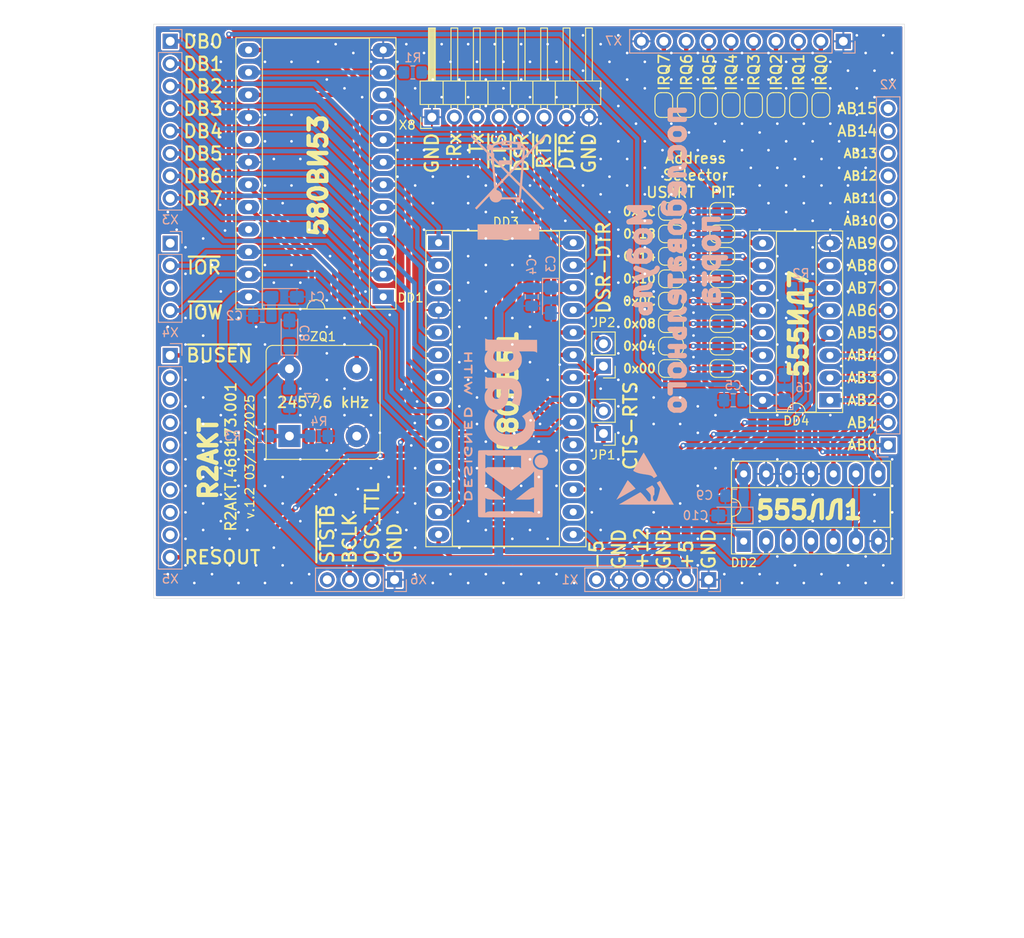
<source format=kicad_pcb>
(kicad_pcb (version 20240108) (generator "pcbnew") (generator_version "8.0")
  (title_block (title "Модуль последовательного порта") (date "2025-12-03") (company "R2AKT") (comment 1 "R2AKT.468173.001") (comment 2 "R2AKT"))
  (layers (0 "F.Cu" signal) (31 "B.Cu" signal) (34 "B.Paste" user) (35 "F.Paste" user) (36 "B.SilkS" user "B.Silkscreen") (37 "F.SilkS" user "F.Silkscreen") (38 "B.Mask" user) (39 "F.Mask" user) (44 "Edge.Cuts" user))
  (net 0 "")
  (net 1 "GND")
  (net 2 "+5")
  (net 3 "/DB7")
  (net 4 "/DB3")
  (net 5 "/DB4")
  (net 6 "/DB5")
  (net 7 "/DB2")
  (net 8 "/AB1")
  (net 9 "/~{IOW}")
  (net 10 "/DB0")
  (net 11 "/DB6")
  (net 12 "/PIT_OSC")
  (net 13 "/~{IOR}")
  (net 14 "/~{PIT_CS}")
  (net 15 "/AB0")
  (net 16 "/DB1")
  (net 17 "/RESET")
  (net 18 "/AB2")
  (net 19 "/AB4")
  (net 20 "/AB5")
  (net 21 "/AB6")
  (net 22 "/AB3")
  (net 23 "+12")
  (net 24 "-5")
  (net 25 "/AB8")
  (net 26 "/AB11")
  (net 27 "/AB9")
  (net 28 "/AB14")
  (net 29 "/AB7")
  (net 30 "/AB15")
  (net 31 "/AB13")
  (net 32 "/AB10")
  (net 33 "/AB12")
  (net 34 "/~{MEMR}")
  (net 35 "/~{MEMW}")
  (net 36 "/HLDA")
  (net 37 "/INT")
  (net 38 "/~{INTA}")
  (net 39 "/HRQ")
  (net 40 "/WAIT")
  (net 41 "/~{BUSEN}")
  (net 42 "/XRDY")
  (net 43 "/INTE")
  (net 44 "/~{RESIN}")
  (net 45 "/~{STSTB}")
  (net 46 "/Single_OSC_TTL")
  (net 47 "/Single_BCLK")
  (net 48 "/IRQ3")
  (net 49 "/IRQ5")
  (net 50 "/IRQ1")
  (net 51 "/IRQ4")
  (net 52 "/IRQ2")
  (net 53 "/IRQ0")
  (net 54 "/IRQ6")
  (net 55 "/IRQ7")
  (net 56 "/USART_Tx")
  (net 57 "/USART_Rx")
  (net 58 "/USART_~{RTS}")
  (net 59 "/USART_~{CTS}")
  (net 60 "/USART_~{DTR}")
  (net 61 "/USART_~{DSR}")
  (net 62 "/USART_RxCLK")
  (net 63 "/USART_TxCLK")
  (net 64 "/IRQ_USART")
  (net 65 "/~{USART_CS}")
  (net 66 "Net-(ZQ1-EN)")
  (net 67 "Net-(DD1-CE0)")
  (net 69 "Net-(DD2-Pad6)")
  (net 70 "Net-(DD4-E1)")
  (net 71 "Net-(DD3-TxRDY)")
  (net 72 "Net-(DD3-RxRDY)")
  (net 75 "Net-(DD4-O3)")
  (net 76 "Net-(DD4-O4)")
  (net 77 "Net-(DD4-O0)")
  (net 78 "Net-(DD4-O5)")
  (net 79 "Net-(DD4-E3)")
  (net 80 "Net-(DD4-O7)")
  (net 81 "Net-(DD4-O6)")
  (net 82 "Net-(DD4-O1)")
  (net 83 "Net-(DD4-O2)")
  (footprint "Package_DIP:DIP-28_W15.24mm_Socket_LongPads" (layer "F.Cu") (at 101.004171 105.903)
    (property "Reference" "DD3")
    (property "Value" "580ВВ51А (8251A)")
  )
  (footprint "Jumper:SolderJumper-2_P1.3mm_Open_RoundedPad1.0x1.5mm" (layer "F.Cu") (at 127.313171 112.522 180)
    (property "Reference" "JP22" (hide yes))
    (property "Value" "0x0C-0x0F")
  )
  (footprint "Jumper:SolderJumper-2_P1.3mm_Open_RoundedPad1.0x1.5mm" (layer "F.Cu") (at 127.313171 109.982 180)
    (property "Reference" "JP23" (hide yes))
    (property "Value" "0x10-0x13")
  )
  (footprint "Jumper:SolderJumper-2_P1.3mm_Open_RoundedPad1.0x1.5mm" (layer "F.Cu") (at 129.041171 90.312 90)
    (property "Reference" "JP15" (hide yes))
    (property "Value" "IRQ6")
  )
  (footprint "Jumper:SolderJumper-2_P1.3mm_Open_RoundedPad1.0x1.5mm" (layer "F.Cu") (at 127.313171 115.062 180)
    (property "Reference" "JP21" (hide yes))
    (property "Value" "0x08-0x0B")
  )
  (footprint "Jumper:SolderJumper-2_P1.3mm_Open_RoundedPad1.0x1.5mm" (layer "F.Cu") (at 133.125171 115.062 180)
    (property "Reference" "JP8" (hide yes))
    (property "Value" "0x08-0x0B")
  )
  (footprint "Package_DIP:DIP-14_W7.62mm_Socket_LongPads" (layer "F.Cu") (at 135.548171 139.69 90)
    (property "Reference" "DD2")
    (property "Value" "К555ЛЛ1 (74LS32N)")
  )
  (footprint "Jumper:SolderJumper-2_P1.3mm_Open_RoundedPad1.0x1.5mm" (layer "F.Cu") (at 133.125171 120.142 180)
    (property "Reference" "JP4" (hide yes))
    (property "Value" "0x00-0x03")
  )
  (footprint "Jumper:SolderJumper-2_P1.3mm_Open_RoundedPad1.0x1.5mm" (layer "F.Cu") (at 126.501171 90.312 90)
    (property "Reference" "JP17" (hide yes))
    (property "Value" "IRQ7")
  )
  (footprint "Jumper:SolderJumper-2_P1.3mm_Open_RoundedPad1.0x1.5mm" (layer "F.Cu") (at 127.313171 107.442 180)
    (property "Reference" "JP24" (hide yes))
    (property "Value" "0x14-0x17")
  )
  (footprint "Jumper:SolderJumper-2_P1.3mm_Open_RoundedPad1.0x1.5mm" (layer "F.Cu") (at 133.125171 109.982 180)
    (property "Reference" "JP12" (hide yes))
    (property "Value" "0x10-0x13")
  )
  (footprint "Connector_PinHeader_2.54mm:PinHeader_1x02_P2.54mm_Vertical" (layer "F.Cu") (at 119.668171 119.878 180)
    (property "Reference" "JP2")
    (property "Value" "DSR-DTR")
  )
  (footprint "Package_DIP:DIP-16_W7.62mm_Socket_LongPads" (layer "F.Cu") (at 145.306771 123.7355 180)
    (property "Reference" "DD4")
    (property "Value" "555ИД7 (74LS138)")
  )
  (footprint "Jumper:SolderJumper-2_P1.3mm_Open_RoundedPad1.0x1.5mm" (layer "F.Cu") (at 133.125171 107.442 180)
    (property "Reference" "JP14" (hide yes))
    (property "Value" "0x14-0x17")
  )
  (footprint "Jumper:SolderJumper-2_P1.3mm_Open_RoundedPad1.0x1.5mm" (layer "F.Cu") (at 144.281171 90.312 90)
    (property "Reference" "JP3" (hide yes))
    (property "Value" "IRQ0")
  )
  (footprint "Jumper:SolderJumper-2_P1.3mm_Open_RoundedPad1.0x1.5mm" (layer "F.Cu") (at 133.125171 112.522 180)
    (property "Reference" "JP10" (hide yes))
    (property "Value" "0x0C-0x0F")
  )
  (footprint "Jumper:SolderJumper-2_P1.3mm_Open_RoundedPad1.0x1.5mm" (layer "F.Cu") (at 136.661171 90.312 90)
    (property "Reference" "JP9" (hide yes))
    (property "Value" "IRQ3")
  )
  (footprint "Jumper:SolderJumper-2_P1.3mm_Open_RoundedPad1.0x1.5mm" (layer "F.Cu") (at 133.125171 102.362 180)
    (property "Reference" "JP18" (hide yes))
    (property "Value" "0x1C-0x1F")
  )
  (footprint "Jumper:SolderJumper-2_P1.3mm_Open_RoundedPad1.0x1.5mm" (layer "F.Cu") (at 141.741171 90.312 90)
    (property "Reference" "JP5" (hide yes))
    (property "Value" "IRQ1")
  )
  (footprint "Jumper:SolderJumper-2_P1.3mm_Open_RoundedPad1.0x1.5mm" (layer "F.Cu") (at 133.125171 104.902 180)
    (property "Reference" "JP16" (hide yes))
    (property "Value" "0x18-0x1B")
  )
  (footprint "Jumper:SolderJumper-2_P1.3mm_Open_RoundedPad1.0x1.5mm" (layer "F.Cu") (at 127.313171 120.142 180)
    (property "Reference" "JP19" (hide yes))
    (property "Value" "0x00-0x03")
  )
  (footprint "Jumper:SolderJumper-2_P1.3mm_Open_RoundedPad1.0x1.5mm" (layer "F.Cu") (at 134.121171 90.312 90)
    (property "Reference" "JP11" (hide yes))
    (property "Value" "IRQ4")
  )
  (footprint "Connector_PinHeader_2.54mm:PinHeader_1x08_P2.54mm_Horizontal" (layer "F.Cu") (at 100.247171 91.694 90)
    (property "Reference" "X8")
    (property "Value" "USART TTL")
  )
  (footprint "Jumper:SolderJumper-2_P1.3mm_Open_RoundedPad1.0x1.5mm" (layer "F.Cu") (at 127.313171 102.362 180)
    (property "Reference" "JP26" (hide yes))
    (property "Value" "0x1C-0x1F")
  )
  (footprint "Package_DIP:DIP-24_W15.24mm_Socket_LongPads" (layer "F.Cu") (at 94.735671 112.025476 180)
    (property "Reference" "DD1")
    (property "Value" "580ВИ53 (8253)")
  )
  (footprint "Oscillator:Oscillator_DIP-8_LargePads" (layer "F.Cu") (at 84.118171 127.7874)
    (property "Reference" "ZQ1")
    (property "Value" "2457,6 kHz")
  )
  (footprint "Jumper:SolderJumper-2_P1.3mm_Open_RoundedPad1.0x1.5mm" (layer "F.Cu") (at 139.201171 90.312 90)
    (property "Reference" "JP7" (hide yes))
    (property "Value" "IRQ2")
  )
  (footprint "Jumper:SolderJumper-2_P1.3mm_Open_RoundedPad1.0x1.5mm" (layer "F.Cu") (at 131.581171 90.312 90)
    (property "Reference" "JP13" (hide yes))
    (property "Value" "IRQ5")
  )
  (footprint "Jumper:SolderJumper-2_P1.3mm_Open_RoundedPad1.0x1.5mm" (layer "F.Cu") (at 127.313171 117.602 180)
    (property "Reference" "JP20" (hide yes))
    (property "Value" "0x04-0x07")
  )
  (footprint "Jumper:SolderJumper-2_P1.3mm_Open_RoundedPad1.0x1.5mm" (layer "F.Cu") (at 127.313171 104.902 180)
    (property "Reference" "JP25" (hide yes))
    (property "Value" "0x18-0x1B")
  )
  (footprint "Jumper:SolderJumper-2_P1.3mm_Open_RoundedPad1.0x1.5mm" (layer "F.Cu") (at 133.125171 117.602 180)
    (property "Reference" "JP6" (hide yes))
    (property "Value" "0x04-0x07")
  )
  (footprint "Connector_PinHeader_2.54mm:PinHeader_1x02_P2.54mm_Vertical" (layer "F.Cu") (at 119.668171 127.498 180)
    (property "Reference" "JP1")
    (property "Value" "CTS-RTS")
  )
  (footprint "Resistor_SMD:R_0805_2012Metric_Pad1.20x1.40mm_HandSolder" (layer "B.Cu") (at 142.020771 111.0355 180)
    (property "Reference" "R2")
    (property "Value" "1k")
  )
  (footprint "Capacitor_Tantalum_SMD:CP_EIA-3216-18_Kemet-A_Pad1.58x1.35mm_HandSolder" (layer "B.Cu") (at 83.523671 112.025476)
    (property "Reference" "C1")
    (property "Value" "1u")
  )
  (footprint "Connector_PinHeader_2.54mm:PinHeader_1x06_P2.54mm_Vertical" (layer "B.Cu") (at 131.581171 144.0555 90)
    (property "Reference" "X1")
    (property "Value" "Power")
  )
  (footprint "Connector_PinHeader_2.54mm:PinHeader_1x04_P2.54mm_Vertical" (layer "B.Cu") (at 70.621171 105.9555 180)
    (property "Reference" "X4")
    (property "Value" "Mode")
  )
  (footprint "Resistor_SMD:R_0805_2012Metric_Pad1.20x1.40mm_HandSolder" (layer "B.Cu") (at 80.774771 127.7874)
    (property "Reference" "R3")
    (property "Value" "1k")
  )
  (footprint "Symbol:WEEE-Logo_8.4x12mm_SilkScreen" (layer "B.Cu") (at 108.883171 99.568 180)
    (property "Reference" "REF**" (hide yes))
    (property "Value" "WEEE-Logo_8.4x12mm_SilkScreen" (hide yes))
  )
  (footprint "Capacitor_SMD:C_0805_2012Metric_Pad1.18x1.45mm_HandSolder" (layer "B.Cu") (at 81.048671 114.173 180)
    (property "Reference" "C2")
    (property "Value" "100n")
  )
  (footprint "Symbol:ESD-Logo_6.6x6mm_SilkScreen" (layer "B.Cu") (at 124.377171 132.588 180)
    (property "Reference" "REF**" (hide yes))
    (property "Value" "ESD-Logo_6.6x6mm_SilkScreen" (hide yes))
  )
  (footprint "Connector_PinHeader_2.54mm:PinHeader_1x16_P2.54mm_Vertical" (layer "B.Cu") (at 151.901171 128.8155)
    (property "Reference" "X2")
    (property "Value" "Address")
  )
  (footprint "Resistor_SMD:R_0805_2012Metric_Pad1.20x1.40mm_HandSolder" (layer "B.Cu") (at 98.088171 86.625476)
    (property "Reference" "R1")
    (property "Value" "1k")
  )
  (footprint "Capacitor_Tantalum_SMD:CP_EIA-3216-18_Kemet-A_Pad1.58x1.35mm_HandSolder" (layer "B.Cu") (at 140.175971 122.298 90)
    (property "Reference" "C6")
    (property "Value" "1u")
  )
  (footprint "Connector_PinHeader_2.54mm:PinHeader_1x08_P2.54mm_Vertical" (layer "B.Cu") (at 70.621171 83.0955 180)
    (property "Reference" "X3")
    (property "Value" "Data")
  )
  (footprint "Connector_PinHeader_2.54mm:PinHeader_1x10_P2.54mm_Vertical" (layer "B.Cu") (at 146.821171 83.0955 90)
    (property "Reference" "X7")
    (property "Value" "Conn_01x10")
  )
  (footprint "Capacitor_Tantalum_SMD:CP_EIA-3216-18_Kemet-A_Pad1.58x1.35mm_HandSolder" (layer "B.Cu") (at 134.110671 136.779 180)
    (property "Reference" "C10")
    (property "Value" "1u")
  )
  (footprint "Capacitor_SMD:C_0805_2012Metric_Pad1.18x1.45mm_HandSolder" (layer "B.Cu") (at 134.363271 123.7355 180)
    (property "Reference" "C5")
    (property "Value" "100n")
  )
  (footprint "Capacitor_Tantalum_SMD:CP_EIA-3216-18_Kemet-A_Pad1.58x1.35mm_HandSolder" (layer "B.Cu") (at 113.709171 112.4205 -90)
    (property "Reference" "C3")
    (property "Value" "1u")
  )
  (footprint "Capacitor_SMD:C_0805_2012Metric_Pad1.18x1.45mm_HandSolder" (layer "B.Cu") (at 134.510671 134.548 180)
    (property "Reference" "C9")
    (property "Value" "100n")
  )
  (footprint "Capacitor_Tantalum_SMD:CP_EIA-3216-18_Kemet-A_Pad1.58x1.35mm_HandSolder" (layer "B.Cu") (at 84.118171 116.1391 90)
    (property "Reference" "C8")
    (property "Value" "1u")
  )
  (footprint "Connector_PinHeader_2.54mm:PinHeader_1x04_P2.54mm_Vertical" (layer "B.Cu") (at 96.021171 144.0555 90)
    (property "Reference" "X6")
    (property "Value" "Clock")
  )
  (footprint "Connector_PinHeader_2.54mm:PinHeader_1x10_P2.54mm_Vertical" (layer "B.Cu") (at 70.621171 118.6555 180)
    (property "Reference" "X5")
    (property "Value" "Control")
  )
  (footprint "Capacitor_SMD:C_0805_2012Metric_Pad1.18x1.45mm_HandSolder" (layer "B.Cu") (at 111.550171 112.0205 -90)
    (property "Reference" "C4")
    (property "Value" "100n")
  )
  (footprint "Capacitor_SMD:C_0805_2012Metric_Pad1.18x1.45mm_HandSolder" (layer "B.Cu") (at 84.118171 123.5417 -90)
    (property "Reference" "C7")
    (property "Value" "100n")
  )
  (footprint "Symbol:KiCad-Logo2_8mm_SilkScreen" (layer "B.Cu") (at 109.452747 126.873 90)
    (property "Reference" "REF**" (hide yes))
    (property "Value" "KiCad-Logo2_8mm_SilkScreen" (hide yes))
  )
  (footprint "Resistor_SMD:R_0805_2012Metric_Pad1.20x1.40mm_HandSolder" (layer "B.Cu") (at 87.461571 127.7874 180)
    (property "Reference" "R4")
    (property "Value" "0")
  )
  (gr_rect (start 68.751171 81.153) (end 153.751171 146.153) (stroke (width 0.05)) (fill none) (layer "Edge.Cuts"))
  (gr_text "Модуль\nпоследовательного\nпорта" (at 133.013171 107.823 90) (layer "B.SilkS") (effects (font (size 2.4 2.4) (thickness 0.6) (bold yes)) (justify bottom mirror)))
  (gr_text "AB3" (at 148.97641 121.1955 0) (layer "F.SilkS") (effects (font (size 1.2 1.2) (thickness 0.2) (bold yes))))
  (gr_text "DB2" (at 74.339171 88.203 -0) (layer "F.SilkS") (effects (font (size 1.5 1.5) (thickness 0.25) (bold yes))))
  (gr_text "~{RTS}" (at 112.947171 95.507999 90) (layer "F.SilkS") (effects (font (size 1.5 1.5) (thickness 0.25) (bold yes))))
  (gr_text "RESOUT" (at 76.523571 141.5155 0) (layer "F.SilkS") (effects (font (size 1.5 1.5) (thickness 0.25) (bold yes))))
  (gr_text "DB5" (at 74.339171 95.823 -0) (layer "F.SilkS") (effects (font (size 1.5 1.5) (thickness 0.25) (bold yes))))
  (gr_text "+5" (at 129.041171 141.224 90) (layer "F.SilkS") (effects (font (size 1.5 1.5) (thickness 0.25) (bold yes))))
  (gr_text "~{IOR}" (at 74.466171 108.712 0) (layer "F.SilkS") (effects (font (size 1.5 1.5) (thickness 0.25) (bold yes))))
  (gr_text "IRQ2" (at 139.236171 86.614 90) (layer "F.SilkS") (effects (font (size 1.2 1.2) (thickness 0.2) (bold yes))))
  (gr_text "+12" (at 123.961171 140.509715 90) (layer "F.SilkS") (effects (font (size 1.5 1.5) (thickness 0.25) (bold yes))))
  (gr_text "GND" (at 131.581171 140.581143 90) (layer "F.SilkS") (effects (font (size 1.5 1.5) (thickness 0.25) (bold yes))))
  (gr_text "AB15" (at 148.404981 90.7155 0) (layer "F.SilkS") (effects (font (size 1.2 1.2) (thickness 0.2) (bold yes))))
  (gr_text "IRQ1" (at 141.776171 86.614 90) (layer "F.SilkS") (effects (font (size 1.2 1.2) (thickness 0.2) (bold yes))))
  (gr_text "~{STSTB}" (at 88.401171 138.892886 90) (layer "F.SilkS") (effects (font (size 1.5 1.5) (thickness 0.25) (bold yes))))
  (gr_text "0x0C" (at 123.742171 112.522 0) (layer "F.SilkS") (effects (font (size 1 1) (thickness 0.2) (bold yes))))
  (gr_text "555ЛЛ1" (at 136.718409 137.3425 0) (layer "F.SilkS") (effects (font (size 2 2) (thickness 0.5) (bold yes)) (justify left bottom)))
  (gr_text "2457,6 kHz" (at 87.928171 123.9774 0) (layer "F.SilkS") (effects (font (size 1.2 1.2) (thickness 0.2) (bold yes))))
  (gr_text "DB0" (at 74.339171 83.123 -0) (layer "F.SilkS") (effects (font (size 1.5 1.5) (thickness 0.25) (bold yes))))
  (gr_text "DB7" (at 74.339171 100.903 -0) (layer "F.SilkS") (effects (font (size 1.5 1.5) (thickness 0.25) (bold yes))))
  (gr_text "DB4" (at 74.339171 93.283 -0) (layer "F.SilkS") (effects (font (size 1.5 1.5) (thickness 0.25) (bold yes))))
  (gr_text "0x1C" (at 123.742171 102.362 0) (layer "F.SilkS") (effects (font (size 1 1) (thickness 0.2) (bold yes))))
  (gr_text "AB13" (at 148.761171 95.7955 0) (layer "F.SilkS") (effects (font (size 1 1) (thickness 0.2) (bold yes))))
  (gr_text "~{BUSEN}" (at 76.167971 118.6555 0) (layer "F.SilkS") (effects (font (size 1.5 1.5) (thickness 0.25) (bold yes))))
  (gr_text "AB1" (at 148.97641 126.2755 0) (layer "F.SilkS") (effects (font (size 1.2 1.2) (thickness 0.2) (bold yes))))
  (gr_text "~{CTS}" (at 107.867171 95.507999 90) (layer "F.SilkS") (effects (font (size 1.5 1.5) (thickness 0.25) (bold yes))))
  (gr_text "~{IOW}" (at 74.573314 113.792 0) (layer "F.SilkS") (effects (font (size 1.5 1.5) (thickness 0.25) (bold yes))))
  (gr_text "R2AKT.468173.001" (at 77.488771 130.1242 90) (layer "F.SilkS") (effects (font (size 1.2 1.2) (thickness 0.2) (bold yes))))
  (gr_text "BCLK" (at 90.941171 139.357171 90) (layer "F.SilkS") (effects (font (size 1.5 1.5) (thickness 0.25) (bold yes))))
  (gr_text "IRQ0" (at 144.316171 86.614 90) (layer "F.SilkS") (effects (font (size 1.2 1.2) (thickness 0.2) (bold yes))))
  (gr_text "0x00" (at 123.742171 120.142 0) (layer "F.SilkS") (effects (font (size 1 1) (thickness 0.2) (bold yes))))
  (gr_text "GND" (at 96.021171 139.9286 90) (layer "F.SilkS") (effects (font (size 1.5 1.5) (thickness 0.25) (bold yes))))
  (gr_text "AB9" (at 148.97641 105.9555 0) (layer "F.SilkS") (effects (font (size 1.2 1.2) (thickness 0.2) (bold yes))))
  (gr_text "GND" (at 126.501171 140.581143 90) (layer "F.SilkS") (effects (font (size 1.5 1.5) (thickness 0.25) (bold yes))))
  (gr_text "AB4" (at 148.97641 118.6555 0) (layer "F.SilkS") (effects (font (size 1.2 1.2) (thickness 0.2) (bold yes))))
  (gr_text "-5" (at 118.881171 141.224 90) (layer "F.SilkS") (effects (font (size 1.5 1.5) (thickness 0.25) (bold yes))))
  (gr_text "555ИД7" (at 142.934271 121.4105 90) (layer "F.SilkS") (effects (font (size 2 2) (thickness 0.5) (bold yes)) (justify left bottom)))
  (gr_text "IRQ7" (at 126.536171 86.614 90) (layer "F.SilkS") (effects (font (size 1.2 1.2) (thickness 0.2) (bold yes))))
  (gr_text "0x08" (at 123.742171 115.062 0) (layer "F.SilkS") (effects (font (size 1 1) (thickness 0.2) (bold yes))))
  (gr_text "AB8" (at 148.97641 108.4955 0) (layer "F.SilkS") (effects (font (size 1.2 1.2) (thickness 0.2) (bold yes))))
  (gr_text "GND" (at 121.421171 140.581143 90) (layer "F.SilkS") (effects (font (size 1.5 1.5) (thickness 0.25) (bold yes))))
  (gr_text "GND" (at 100.247171 95.758 90) (layer "F.SilkS") (effects (font (size 1.5 1.5) (thickness 0.25) (bold yes))))
  (gr_text "AB12" (at 148.761171 98.3355 0) (layer "F.SilkS") (effects (font (size 1 1) (thickness 0.2) (bold yes))))
  (gr_text "IRQ5" (at 131.616171 86.614 90) (layer "F.SilkS") (effects (font (size 1.2 1.2) (thickness 0.2) (bold yes))))
  (gr_text "AB10" (at 148.761171 103.4155 0) (layer "F.SilkS") (effects (font (size 1 1) (thickness 0.2) (bold yes))))
  (gr_text "GND" (at 118.027171 95.758 90) (layer "F.SilkS") (effects (font (size 1.5 1.5) (thickness 0.25) (bold yes))))
  (gr_text "DB1" (at 74.339171 85.663 -0) (layer "F.SilkS") (effects (font (size 1.5 1.5) (thickness 0.25) (bold yes))))
  (gr_text "AB6" (at 148.97641 113.5755 0) (layer "F.SilkS") (effects (font (size 1.2 1.2) (thickness 0.2) (bold yes))))
  (gr_text "v.1.2 03/12/2025" (at 79.622371 130.124199 90) (layer "F.SilkS") (effects (font (size 1 1))))
  (gr_text "580ВИ53" (at 88.563171 105.41 90) (layer "F.SilkS") (effects (font (size 2 2) (thickness 0.5) (bold yes)) (justify left bottom)))
  (gr_text "IRQ6" (at 129.076171 86.614 90) (layer "F.SilkS") (effects (font (size 1.2 1.2) (thickness 0.2) (bold yes))))
  (gr_text "OSC_TTL" (at 93.481171 137.642886 90) (layer "F.SilkS") (effects (font (size 1.5 1.5) (thickness 0.25) (bold yes))))
  (gr_text "~{DTR}" (at 115.487171 95.543714 90) (layer "F.SilkS") (effects (font (size 1.5 1.5) (thickness 0.25) (bold yes))))
  (gr_text "580ВВ51" (at 110.081671 129.739905 90) (layer "F.SilkS") (effects (font (size 2 2) (thickness 0.5) (bold yes)) (justify left bottom)))
  (gr_text "0x04" (at 123.742171 117.602 0) (layer "F.SilkS") (effects (font (size 1 1) (thickness 0.2) (bold yes))))
  (gr_text "AB14" (at 148.404981 93.2555 0) (layer "F.SilkS") (effects (font (size 1.2 1.2) (thickness 0.2) (bold yes))))
  (gr_text "AB5" (at 148.97641 116.1155 0) (layer "F.SilkS") (effects (font (size 1.2 1.2) (thickness 0.2) (bold yes))))
  (gr_text "DSR-DTR" (at 119.678171 108.712 90) (layer "F.SilkS") (effects (font (size 1.5 1.5) (thickness 0.25) (bold yes))))
  (gr_text "CTS-RTS" (at 122.726171 126.619 90) (layer "F.SilkS") (effects (font (size 1.5 1.5) (thickness 0.25) (bold yes))))
  (gr_text "Rx" (at 102.787171 94.829428 90) (layer "F.SilkS") (effects (font (size 1.5 1.5) (thickness 0.25) (bold yes))))
  (gr_text "~{DSR}" (at 110.407171 95.686571 90) (layer "F.SilkS") (effects (font (size 1.5 1.5) (thickness 0.25) (bold yes))))
  (gr_text "R2AKT" (at 76.117171 135.245628 90) (layer "F.SilkS") (effects (font (size 2 2) (thickness 0.5) (bold yes)) (justify left bottom)))
  (gr_text "DB3" (at 74.339171 90.743 -0) (layer "F.SilkS") (effects (font (size 1.5 1.5) (thickness 0.25) (bold yes))))
  (gr_text "PIT" (at 133.140171 100.203 0) (layer "F.SilkS") (effects (font (size 1.2 1.2) (thickness 0.2) (bold yes))))
  (gr_text "AB7" (at 148.97641 111.0355 0) (layer "F.SilkS") (effects (font (size 1.2 1.2) (thickness 0.2) (bold yes))))
  (gr_text "AB2" (at 148.97641 123.7355 0) (layer "F.SilkS") (effects (font (size 1.2 1.2) (thickness 0.2) (bold yes))))
  (gr_text "0x18" (at 123.742171 104.902 0) (layer "F.SilkS") (effects (font (size 1 1) (thickness 0.2) (bold yes))))
  (gr_text "0x14" (at 123.742171 107.442 0) (layer "F.SilkS") (effects (font (size 1 1) (thickness 0.2) (bold yes))))
  (gr_text "DB6" (at 74.339171 98.363 -0) (layer "F.SilkS") (effects (font (size 1.5 1.5) (thickness 0.25) (bold yes))))
  (gr_text "Address\nSelector" (at 130.092171 97.282 0) (layer "F.SilkS") (effects (font (size 1.2 1.2) (thickness 0.2) (bold yes))))
  (gr_text "AB0" (at 148.97641 128.8155 0) (layer "F.SilkS") (effects (font (size 1.2 1.2) (thickness 0.2) (bold yes))))
  (gr_text "IRQ3" (at 136.696171 86.614 90) (layer "F.SilkS") (effects (font (size 1.2 1.2) (thickness 0.2) (bold yes))))
  (gr_text "0x10" (at 123.742171 109.982 0) (layer "F.SilkS") (effects (font (size 1 1) (thickness 0.2) (bold yes))))
  (gr_text "AB11" (at 148.761171 100.8755 0) (layer "F.SilkS") (effects (font (size 1 1) (thickness 0.2) (bold yes))))
  (gr_text "Tx" (at 105.327171 94.650857 90) (layer "F.SilkS") (effects (font (size 1.5 1.5) (thickness 0.25) (bold yes))))
  (gr_text "USART" (at 127.298171 100.203 0) (layer "F.SilkS") (effects (font (size 1.2 1.2) (thickness 0.2) (bold yes))))
  (gr_text "IRQ4" (at 134.156171 86.614 90) (layer "F.SilkS") (effects (font (size 1.2 1.2) (thickness 0.2) (bold yes))))
  (via (at 127.352171 87.42288) (size 0.6) (drill 0.3) (layers "F.Cu" "B.Cu") (net 1))
  (via (at 137.352171 93.42288) (size 0.6) (drill 0.3) (layers "F.Cu" "B.Cu") (net 1))
  (via (at 129.863571 103.6574) (size 0.6) (drill 0.3) (layers "F.Cu" "B.Cu") (net 1))
  (via (at 74.352171 123.42288) (size 0.6) (drill 0.3) (layers "F.Cu" "B.Cu") (net 1))
  (via (at 93.352171 85.42288) (size 0.6) (drill 0.3) (layers "F.Cu" "B.Cu") (net 1))
  (via (at 98.352171 99.42288) (size 0.6) (drill 0.3) (layers "F.Cu" "B.Cu") (net 1))
  (via (at 88.352171 115.42288) (size 0.6) (drill 0.3) (layers "F.Cu" "B.Cu") (net 1))
  (via (at 142.352171 98.42288) (size 0.6) (drill 0.3) (layers "F.Cu" "B.Cu") (net 1))
  (via (at 84.352171 144.42288) (size 0.6) (drill 0.3) (layers "F.Cu" "B.Cu") (net 1))
  (via (at 96.352171 136.42288) (size 0.6) (drill 0.3) (layers "F.Cu" "B.Cu") (net 1))
  (via (at 130.352171 84.42288) (size 0.6) (drill 0.3) (layers "F.Cu" "B.Cu") (net 1))
  (via (at 109.352171 102.42288) (size 0.6) (drill 0.3) (layers "F.Cu" "B.Cu") (net 1))
  (via (at 135.352171 87.42288) (size 0.6) (drill 0.3) (layers "F.Cu" "B.Cu") (net 1))
  (via (at 97.910371 128.8542) (size 0.6) (drill 0.3) (layers "F.Cu" "B.Cu") (net 1))
  (via (at 111.352171 115.42288) (size 0.6) (drill 0.3) (layers "F.Cu" "B.Cu") (net 1))
  (via (at 102.431571 135.1534) (size 0.6) (drill 0.3) (layers "F.Cu" "B.Cu") (net 1))
  (via (at 149.352171 141.42288) (size 0.6) (drill 0.3) (layers "F.Cu" "B.Cu") (net 1))
  (via (at 147.352171 86.42288) (size 0.6) (drill 0.3) (layers "F.Cu" "B.Cu") (net 1))
  (via (at 124.352171 100.42288) (size 0.6) (drill 0.3) (layers "F.Cu" "B.Cu") (net 1))
  (via (at 125.352171 118.42288) (size 0.6) (drill 0.3) (layers "F.Cu" "B.Cu") (net 1))
  (via (at 106.352171 111.42288) (size 0.6) (drill 0.3) (layers "F.Cu" "B.Cu") (net 1))
  (via (at 72.352171 106.42288) (size 0.6) (drill 0.3) (layers "F.Cu" "B.Cu") (net 1))
  (via (at 104.352171 104.42288) (size 0.6) (drill 0.3) (layers "F.Cu" "B.Cu") (net 1))
  (via (at 106.352171 128.42288) (size 0.6) (drill 0.3) (layers "F.Cu" "B.Cu") (net 1))
  (via (at 109.352171 123.42288) (size 0.6) (drill 0.3) (layers "F.Cu" "B.Cu") (net 1))
  (via (at 129.352171 93.42288) (size 0.6) (drill 0.3) (layers "F.Cu" "B.Cu") (net 1))
  (via (at 110.352171 83.42288) (size 0.6) (drill 0.3) (layers "F.Cu" "B.Cu") (net 1))
  (via (at 109.352171 139.42288) (size 0.6) (drill 0.3) (layers "F.Cu" "B.Cu") (net 1))
  (via (at 84.352171 94.42288) (size 0.6) (drill 0.3) (layers "F.Cu" "B.Cu") (net 1))
  (via (at 106.352171 105.42288) (size 0.6) (drill 0.3) (layers "F.Cu" "B.Cu") (net 1))
  (via (at 74.352171 119.42288) (size 0.6) (drill 0.3) (layers "F.Cu" "B.Cu") (net 1))
  (via (at 103.352171 119.42288) (size 0.6) (drill 0.3) (layers "F.Cu" "B.Cu") (net 1))
  (via (at 118.352171 118.42288) (size 0.6) (drill 0.3) (layers "F.Cu" "B.Cu") (net 1))
  (via (at 121.352171 121.42288) (size 0.6) (drill 0.3) (layers "F.Cu" "B.Cu") (net 1))
  (via (at 139.352171 133.42288) (size 0.6) (drill 0.3) (layers "F.Cu" "B.Cu") (net 1))
  (via (at 133.352171 139.42288) (size 0.6) (drill 0.3) (layers "F.Cu" "B.Cu") (net 1))
  (via (at 122.352171 99.42288) (size 0.6) (drill 0.3) (layers "F.Cu" "B.Cu") (net 1))
  (via (at 128.352171 126.42288) (size 0.6) (drill 0.3) (layers "F.Cu" "B.Cu") (net 1))
  (via (at 128.352171 135.42288) (size 0.6) (drill 0.3) (layers "F.Cu" "B.Cu") (net 1))
  (via (at 118.352171 136.42288) (size 0.6) (drill 0.3) (layers "F.Cu" "B.Cu") (net 1))
  (via (at 111.352171 85.42288) (size 0.6) (drill 0.3) (layers "F.Cu" "B.Cu") (net 1))
  (via (at 98.352171 135.42288) (size 0.6) (drill 0.3) (layers "F.Cu" "B.Cu") (net 1))
  (via (at 113.352171 87.42288) (size 0.6) (drill 0.3) (layers "F.Cu" "B.Cu") (net 1))
  (via (at 73.352171 144.42288) (size 0.6) (drill 0.3) (layers "F.Cu" "B.Cu") (net 1))
  (via (at 82.352171 110.42288) (size 0.6) (drill 0.3) (layers "F.Cu" "B.Cu") (net 1))
  (via (at 104.352171 89.42288) (size 0.6) (drill 0.3) (layers "F.Cu" "B.Cu") (net 1))
  (via (at 121.352171 104.42288) (size 0.6) (drill 0.3) (layers "F.Cu" "B.Cu") (net 1))
  (via (at 83.352171 101.42288) (size 0.6) (drill 0.3) (layers "F.Cu" "B.Cu") (net 1))
  (via (at 75.352171 143.42288) (size 0.6) (drill 0.3) (layers "F.Cu" "B.Cu") (net 1))
  (via (at 90.352171 117.42288) (size 0.6) (drill 0.3) (layers "F.Cu" "B.Cu") (net 1))
  (via (at 103.352171 140.42288) (size 0.6) (drill 0.3) (layers "F.Cu" "B.Cu") (net 1))
  (via (at 137.352171 143.42288) (size 0.6) (drill 0.3) (layers "F.Cu" "B.Cu") (net 1))
  (via (at 127.352171 92.42288) (size 0.6) (drill 0.3) (layers "F.Cu" "B.Cu") (net 1))
  (via (at 88.352171 118.42288) (size 0.6) (drill 0.3) (layers "F.Cu" "B.Cu") (net 1))
  (via (at 137.352171 137.42288) (size 0.6) (drill 0.3) (layers "F.Cu" "B.Cu") (net 1))
  (via (at 74.352171 138.42288) (size 0.6) (drill 0.3) (layers "F.Cu" "B.Cu") (net 1))
  (via (at 111.352171 107.42288) (size 0.6) (drill 0.3) (layers "F.Cu" "B.Cu") (net 1))
  (via (at 98.570771 123.8758) (size 0.6) (drill 0.3) (layers "F.Cu" "B.Cu") (net 1))
  (via (at 109.352171 117.42288) (size 0.6) (drill 0.3) (layers "F.Cu" "B.Cu") (net 1))
  (via (at 152.352171 84.42288) (size 0.6) (drill 0.3) (layers "F.Cu" "B.Cu") (net 1))
  (via (at 112.352171 136.42288) (size 0.6) (drill 0.3) (layers "F.Cu" "B.Cu") (net 1))
  (via (at 132.352171 92.42288) (size 0.6) (drill 0.3) (layers "F.Cu" "B.Cu") (net 1))
  (via (at 124.352171 116.42288) (size 0.6) (drill 0.3) (layers "F.Cu" "B.Cu") (net 1))
  (via (at 96.352171 85.42288) (size 0.6) (drill 0.3) (layers "F.Cu" "B.Cu") (net 1))
  (via (at 143.352171 134.42288) (size 0.6) (drill 0.3) (layers "F.Cu" "B.Cu") (net 1))
  (via (at 149.352171 100.42288) (size 0.6) (drill 0.3) (layers "F.Cu" "B.Cu") (net 1))
  (via (at 90.352171 88.42288) (size 0.6) (drill 0.3) (layers "F.Cu" "B.Cu") (net 1))
  (via (at 106.352171 99.42288) (size 0.6) (drill 0.3) (layers "F.Cu" "B.Cu") (net 1))
  (via (at 100.352171 144.42288) (size 0.6) (drill 0.3) (layers "F.Cu" "B.Cu") (net 1))
  (via (at 89.352171 134.42288) (size 0.6) (drill 0.3) (layers "F.Cu" "B.Cu") (net 1))
  (via (at 93.352171 131.42288) (size 0.6) (drill 0.3) (layers "F.Cu" "B.Cu") (net 1))
  (via (at 123.352171 125.42288) (size 0.6) (drill 0.3) (layers "F.Cu" "B.Cu") (net 1))
  (via (at 72.352171 136.42288) (size 0.6) (drill 0.3) (layers "F.Cu" "B.Cu") (net 1))
  (via (at 121.352171 82.42288) (size 0.6) (drill 0.3) (layers "F.Cu" "B.Cu") (net 1))
  (via (at 74.352171 129.42288) (size 0.6) (drill 0.3) (layers "F.Cu" "B.Cu") (net 1))
  (via (at 87.352171 139.42288) (size 0.6) (drill 0.3) (layers "F.Cu" "B.Cu") (net 1))
  (via (at 114.352171 129.42288) (size 0.6) (drill 0.3) (layers "F.Cu" "B.Cu") (net 1))
  (via (at 85.352171 110.42288) (size 0.6) (drill 0.3) (layers "F.Cu" "B.Cu") (net 1))
  (via (at 83.352171 135.42288) (size 0.6) (drill 0.3) (layers "F.Cu" "B.Cu") (net 1))
  (via (at 88.352171 129.42288) (size 0.6) (drill 0.3) (layers "F.Cu" "B.Cu") (net 1))
  (via (at 143.352171 106.42288) (size 0.6) (drill 0.3) (layers "F.Cu" "B.Cu") (net 1))
  (via (at 72.352171 130.42288) (size 0.6) (drill 0.3) (layers "F.Cu" "B.Cu") (net 1))
  (via (at 93.352171 121.42288) (size 0.6) (drill 0.3) (layers "F.Cu" "B.Cu") (net 1))
  (via (at 144.352171 143.42288) (size 0.6) (drill 0.3) (layers "F.Cu" "B.Cu") (net 1))
  (via (at 145.352171 104.42288) (size 0.6) (drill 0.3) (layers "F.Cu" "B.Cu") (net 1))
  (via (at 103.352171 87.42288) (size 0.6) (drill 0.3) (layers "F.Cu" "B.Cu") (net 1))
  (via (at 105.352171 131.42288) (size 0.6) (drill 0.3) (layers "F.Cu" "B.Cu") (net 1))
  (via (at 78.352171 130.42288) (size 0.6) (drill 0.3) (layers "F.Cu" "B.Cu") (net 1))
  (via (at 102.352171 122.42288) (size 0.6) (drill 0.3) (layers "F.Cu" "B.Cu") (net 1))
  (via (at 143.352171 112.42288) (size 0.6) (drill 0.3) (layers "F.Cu" "B.Cu") (net 1))
  (via (at 139.352171 112.42288) (size 0.6) (drill 0.3) (layers "F.Cu" "B.Cu") (net 1))
  (via (at 145.352171 101.42288) (size 0.6) (drill 0.3) (layers "F.Cu" "B.Cu") (net 1))
  (via (at 81.352171 133.42288) (size 0.6) (drill 0.3) (layers "F.Cu" "B.Cu") (net 1))
  (via (at 113.352171 121.42288) (size 0.6) (drill 0.3) (layers "F.Cu" "B.Cu") (net 1))
  (via (at 115.352171 95.42288) (size 0.6) (drill 0.3) (layers "F.Cu" "B.Cu") (net 1))
  (via (at 104.352171 83.42288) (size 0.6) (drill 0.3) (layers "F.Cu" "B.Cu") (net 1))
  (via (at 107.352171 83.42288) (size 0.6) (drill 0.3) (layers "F.Cu" "B.Cu") (net 1))
  (via (at 119.352171 83.42288) (size 0.6) (drill 0.3) (layers "F.Cu" "B.Cu") (net 1))
  (via (at 139.352171 130.42288) (size 0.6) (drill 0.3) (layers "F.Cu" "B.Cu") (net 1))
  (via (at 144.352171 96.42288) (size 0.6) (drill 0.3) (layers "F.Cu" "B.Cu") (net 1))
  (via (at 76.269571 96.4438) (size 0.6) (drill 0.3) (layers "F.Cu" "B.Cu") (net 1))
  (via (at 85.352171 137.42288) (size 0.6) (drill 0.3) (layers "F.Cu" "B.Cu") (net 1))
  (via (at 81.352171 117.42288) (size 0.6) (drill 0.3) (layers "F.Cu" "B.Cu") (net 1))
  (via (at 133.352171 98.42288) (size 0.6) (drill 0.3) (layers "F.Cu" "B.Cu") (net 1))
  (via (at 90.352171 125.42288) (size 0.6) (drill 0.3) (layers "F.Cu" "B.Cu") (net 1))
  (via (at 125.352171 111.42288) (size 0.6) (drill 0.3) (layers "F.Cu" "B.Cu") (net 1))
  (via (at 111.352171 89.42288) (size 0.6) (drill 0.3) (layers "F.Cu" "B.Cu") (net 1))
  (via (at 140.352171 88.42288) (size 0.6) (drill 0.3) (layers "F.Cu" "B.Cu") (net 1))
  (via (at 124.352171 97.42288) (size 0.6) (drill 0.3) (layers "F.Cu" "B.Cu") (net 1))
  (via (at 116.352171 93.42288) (size 0.6) (drill 0.3) (layers "F.Cu" "B.Cu") (net 1))
  (via (at 146.352171 144.42288) (size 0.6) (drill 0.3) (layers "F.Cu" "B.Cu") (net 1))
  (via (at 124.352171 85.42288) (size 0.6) (drill 0.3) (layers "F.Cu" "B.Cu") (net 1))
  (via (at 82.352171 140.42288) (size 0.6) (drill 0.3) (layers "F.Cu" "B.Cu") (net 1))
  (via (at 142.352171 92.42288) (size 0.6) (drill 0.3) (layers "F.Cu" "B.Cu") (net 1))
  (via (at 104.352171 137.42288) (size 0.6) (drill 0.3) (layers "F.Cu" "B.Cu") (net 1))
  (via (at 106.352171 138.42288) (size 0.6) (drill 0.3) (layers "F.Cu" "B.Cu") (net 1))
  (via (at 96.352171 95.42288) (size 0.6) (drill 0.3) (layers "F.Cu" "B.Cu") (net 1))
  (via (at 76.269571 91.3638) (size 0.6) (drill 0.3) (layers "F.Cu" "B.Cu") (net 1))
  (via (at 139.352171 107.42288) (size 0.6) (drill 0.3) (layers "F.Cu" "B.Cu") (net 1))
  (via (at 146.352171 94.42288) (size 0.6) (drill 0.3) (layers "F.Cu" "B.Cu") (net 1))
  (via (at 130.352171 133.42288) (size 0.6) (drill 0.3) (layers "F.Cu" "B.Cu") (net 1))
  (via (at 100.352171 98.42288) (size 0.6) (drill 0.3) (layers "F.Cu" "B.Cu") (net 1))
  (via (at 85.352171 130.42288) (size 0.6) (drill 0.3) (layers "F.Cu" "B.Cu") (net 1))
  (via (at 117.352171 82.42288) (size 0.6) (drill 0.3) (layers "F.Cu" "B.Cu") (net 1))
  (via (at 113.352171 83.42288) (size 0.6) (drill 0.3) (layers "F.Cu" "B.Cu") (net 1))
  (via (at 132.352171 85.42288) (size 0.6) (drill 0.3) (layers "F.Cu" "B.Cu") (net 1))
  (via (at 85.352171 113.42288) (size 0.6) (drill 0.3) (layers "F.Cu" "B.Cu") (net 1))
  (via (at 84.352171 91.42288) (size 0.6) (drill 0.3) (layers "F.Cu" "B.Cu") (net 1))
  (via (at 112.352171 144.42288) (size 0.6) (drill 0.3) (layers "F.Cu" "B.Cu") (net 1))
  (via (at 93.352171 125.42288) (size 0.6) (drill 0.3) (layers "F.Cu" "B.Cu") (net 1))
  (via (at 79.352171 119.42288) (size 0.6) (drill 0.3) (layers "F.Cu" "B.Cu") (net 1))
  (via (at 111.352171 99.42288) (size 0.6) (drill 0.3) (layers "F.Cu" "B.Cu") (net 1))
  (via (at 109.352171 114.42288) (size 0.6) (drill 0.3) (layers "F.Cu" "B.Cu") (net 1))
  (via (at 142.352171 101.42288) (size 0.6) (drill 0.3) (layers "F.Cu" "B.Cu") (net 1))
  (via (at 148.352171 82.42288) (size 0.6) (drill 0.3) (layers "F.Cu" "B.Cu") (net 1))
  (via (at 150.352171 89.42288) (size 0.6) (drill 0.3) (layers "F.Cu" "B.Cu") (net 1))
  (via (at 129.352171 99.42288) (size 0.6) (drill 0.3) (layers "F.Cu" "B.Cu") (net 1))
  (via (at 98.316771 126.3142) (size 0.6) (drill 0.3) (layers "F.Cu" "B.Cu") (net 1))
  (via (at 104.352171 144.42288) (size 0.6) (drill 0.3) (layers "F.Cu" "B.Cu") (net 1))
  (via (at 140.352171 99.42288) (size 0.6) (drill 0.3) (layers "F.Cu" "B.Cu") (net 1))
  (via (at 87.352171 85.42288) (size 0.6) (drill 0.3) (layers "F.Cu" "B.Cu") (net 1))
  (via (at 84.352171 99.42288) (size 0.6) (drill 0.3) (layers "F.Cu" "B.Cu") (net 1))
  (via (at 99.352171 104.42288) (size 0.6) (drill 0.3) (layers "F.Cu" "B.Cu") (net 1))
  (via (at 109.352171 90.42288) (size 0.6) (drill 0.3) (layers "F.Cu" "B.Cu") (net 1))
  (via (at 144.352171 99.42288) (size 0.6) (drill 0.3) (layers "F.Cu" "B.Cu") (net 1))
  (via (at 81.352171 126.42288) (size 0.6) (drill 0.3) (layers "F.Cu" "B.Cu") (net 1))
  (via (at 149.352171 103.42288) (size 0.6) (drill 0.3) (layers "F.Cu" "B.Cu") (net 1))
  (via (at 83.352171 132.42288) (size 0.6) (drill 0.3) (layers "F.Cu" "B.Cu") (net 1))
  (via (at 116.352171 90.42288) (size 0.6) (drill 0.3) (layers "F.Cu" "B.Cu") (net 1))
  (via (at 151.352171 142.42288) (size 0.6) (drill 0.3) (layers "F.Cu" "B.Cu") (net 1))
  (via (at 78.352171 117.42288) (size 0.6) (drill 0.3) (layers "F.Cu" "B.Cu") (net 1))
  (via (at 114.352171 133.42288) (size 0.6) (drill 0.3) (layers "F.Cu" "B.Cu") (net 1))
  (via (at 76.269571 101.6254) (size 0.6) (drill 0.3) (layers "F.Cu" "B.Cu") (net 1))
  (via (at 119.352171 92.42288) (size 0.6) (drill 0.3) (layers "F.Cu" "B.Cu") (net 1))
  (via (at 151.352171 82.42288) (size 0.6) (drill 0.3) (layers "F.Cu" "B.Cu") (net 1))
  (via (at 74.352171 135.42288) (size 0.6) (drill 0.3) (layers "F.Cu" "B.Cu") (net 1))
  (via (at 76.352171 111.42288) (size 0.6) (drill 0.3) (layers "F.Cu" "B.Cu") (net 1))
  (via (at 114.352171 85.42288) (size 0.6) (drill 0.3) (layers "F.Cu" "B.Cu") (net 1))
  (via (at 99.352171 95.42288) (size 0.6) (drill 0.3) (layers "F.Cu" "B.Cu") (net 1))
  (via (at 152.352171 130.42288) (size 0.6) (drill 0.3) (layers "F.Cu" "B.Cu") (net 1))
  (via (at 85.352171 125.42288) (size 0.6) (drill 0.3) (layers "F.Cu" "B.Cu") (net 1))
  (via (at 85.352171 96.42288) (size 0.6) (drill 0.3) (layers "F.Cu" "B.Cu") (net 1))
  (via (at 91.352171 136.42288) (size 0.6) (drill 0.3) (layers "F.Cu" "B.Cu") (net 1))
  (via (at 74.352171 105.42288) (size 0.6) (drill 0.3) (layers "F.Cu" "B.Cu") (net 1))
  (via (at 123.352171 92.42288) (size 0.6) (drill 0.3) (layers "F.Cu" "B.Cu") (net 1))
  (via (at 152.352171 139.42288) (size 0.6) (drill 0.3) (layers "F.Cu" "B.Cu") (net 1))
  (via (at 124.352171 103.42288) (size 0.6) (drill 0.3) (layers "F.Cu" "B.Cu") (net 1))
  (via (at 135.352171 84.42288) (size 0.6) (drill 0.3) (layers "F.Cu" "B.Cu") (net 1))
  (via (at 112.489971 126.4158) (size 0.6) (drill 0.3) (layers "F.Cu" "B.Cu") (net 1))
  (via (at 116.352171 144.42288) (size 0.6) (drill 0.3) (layers "F.Cu" "B.Cu") (net 1))
  (via (at 81.352171 123.42288) (size 0.6) (drill 0.3) (layers "F.Cu" "B.Cu") (net 1))
  (via (at 89.352171 138.42288) (size 0.6) (drill 0.3) (layers "F.Cu" "B.Cu") (net 1))
  (via (at 75.352171 108.42288) (size 0.6) (drill 0.3) (layers "F.Cu" "B.Cu") (net 1))
  (via (at 128.352171 123.42288) (size 0.6) (drill 0.3) (layers "F.Cu" "B.Cu") (net 1))
  (via (at 123.352171 128.42288) (size 0.6) (drill 0.3) (layers "F.Cu" "B.Cu") (net 1))
  (via (at 139.352171 141.42288) (size 0.6) (drill 0.3) (layers "F.Cu" "B.Cu") (net 1))
  (via (at 133.352171 94.42288) (size 0.6) (drill 0.3) (layers "F.Cu" "B.Cu") (net 1))
  (via (at 101.352171 89.42288) (size 0.6) (drill 0.3) (layers "F.Cu" "B.Cu") (net 1))
  (via (at 72.352171 121.42288) (size 0.6) (drill 0.3) (layers "F.Cu" "B.Cu") (net 1))
  (via (at 70.352171 115.42288) (size 0.6) (drill 0.3) (layers "F.Cu" "B.Cu") (net 1))
  (via (at 152.352171 144.42288) (size 0.6) (drill 0.3) (layers "F.Cu" "B.Cu") (net 1))
  (via (at 149.352171 97.42288) (size 0.6) (drill 0.3) (layers "F.Cu" "B.Cu") (net 1))
  (via (at 114.352171 143.42288) (size 0.6) (drill 0.3) (layers "F.Cu" "B.Cu") (net 1))
  (via (at 119.347971 133.7818) (size 0.6) (drill 0.3) (layers "F.Cu" "B.Cu") (net 1))
  (via (at 72.352171 127.42288) (size 0.6) (drill 0.3) (layers "F.Cu" "B.Cu") (net 1))
  (via (at 139.352171 136.42288) (size 0.6) (drill 0.3) (layers "F.Cu" "B.Cu") (net 1))
  (via (at 146.576771 122.3518) (size 0.6) (drill 0.3) (layers "F.Cu" "B.Cu") (net 1))
  (via (at 118.352171 94.42288) (size 0.6) (drill 0.3) (layers "F.Cu" "B.Cu") (net 1))
  (via (at 147.352171 142.42288) (size 0.6) (drill 0.3) (layers "F.Cu" "B.Cu") (net 1))
  (via (at 141.352171 142.42288) (size 0.6) (drill 0.3) (layers "F.Cu" "B.Cu") (net 1))
  (via (at 148.352171 91.42288) (size 0.6) (drill 0.3) (layers "F.Cu" "B.Cu") (net 1))
  (via (at 92.352171 123.42288) (size 0.6) (drill 0.3) (layers "F.Cu" "B.Cu") (net 1))
  (via (at 113.352171 139.42288) (size 0.6) (drill 0.3) (layers "F.Cu" "B.Cu") (net 1))
  (via (at 108.352171 85.42288) (size 0.6) (drill 0.3) (layers "F.Cu" "B.Cu") (net 1))
  (via (at 73.352171 82.42288) (size 0.6) (drill 0.3) (layers "F.Cu" "B.Cu") (net 1))
  (via (at 98.352171 131.42288) (size 0.6) (drill 0.3) (layers "F.Cu" "B.Cu") (net 1))
  (via (at 135.352171 144.42288) (size 0.6) (drill 0.3) (layers "F.Cu" "B.Cu") (net 1))
  (via (at 100.352171 87.42288) (size 0.6) (drill 0.3) (layers "F.Cu" "B.Cu") (net 1))
  (via (at 98.352171 143.42288) (size 0.6) (drill 0.3) (layers "F.Cu" "B.Cu") (net 1))
  (via (at 114.725171 119.7102) (size 0.6) (drill 0.3) (layers "F.Cu" "B.Cu") (net 1))
  (via (at 137.352171 104.42288) (size 0.6) (drill 0.3) (layers "F.Cu" "B.Cu") (net 1))
  (via (at 99.352171 84.42288) (size 0.6) (drill 0.3) (layers "F.Cu" "B.Cu") (net 1))
  (via (at 130.352171 87.42288) (size 0.6) (drill 0.3) (layers "F.Cu" "B.Cu") (net 1))
  (via (at 118.352171 129.42288) (size 0.6) (drill 0.3) (layers "F.Cu" "B.Cu") (net 1))
  (via (at 97.352171 83.42288) (size 0.6) (drill 0.3) (layers "F.Cu" "B.Cu") (net 1))
  (via (at 121.352171 130.42288) (size 0.6) (drill 0.3) (layers "F.Cu" "B.Cu") (net 1))
  (via (at 82.352171 96.42288) (size 0.6) (drill 0.3) (layers "F.Cu" "B.Cu") (net 1))
  (via (at 140.352171 102.42288) (size 0.6) (drill 0.3) (layers "F.Cu" "B.Cu") (net 1))
  (via (at 81.352171 108.42288) (size 0.6) (drill 0.3) (layers "F.Cu" "B.Cu") (net 1))
  (via (at 142.352171 144.42288) (size 0.6) (drill 0.3) (layers "F.Cu" "B.Cu") (net 1))
  (via (at 88.352171 112.42288) (size 0.6) (drill 0.3) (layers "F.Cu" "B.Cu") (net 1))
  (via (at 104.352171 101.42288) (size 0.6) (drill 0.3) (layers "F.Cu" "B.Cu") (net 1))
  (via (at 143.352171 94.42288) (size 0.6) (drill 0.3) (layers "F.Cu" "B.Cu") (net 1))
  (via (at 149.352171 93.42288) (size 0.6) (drill 0.3) (layers "F.Cu" "B.Cu") (net 1))
  (via (at 86.352171 143.42288) (size 0.6) (drill 0.3) (layers "F.Cu" "B.Cu") (net 1))
  (via (at 124.352171 106.42288) (size 0.6) (drill 0.3) (layers "F.Cu" "B.Cu") (net 1))
  (via (at 106.352171 87.42288) (size 0.6) (drill 0.3) (layers "F.Cu" "B.Cu") (net 1))
  (via (at 147.352171 102.42288) (size 0.6) (drill 0.3) (layers "F.Cu" "B.Cu") (net 1))
  (via (at 121.352171 115.42288) (size 0.6) (drill 0.3) (layers "F.Cu" "B.Cu") (net 1))
  (via (at 143.352171 137.42288) (size 0.6) (drill 0.3) (layers "F.Cu" "B.Cu") (net 1))
  (via (at 106.352171 133.42288) (size 0.6) (drill 0.3) (layers "F.Cu" "B.Cu") (net 1))
  (via (at 124.352171 113.42288) (size 0.6) (drill 0.3) (layers "F.Cu" "B.Cu") (net 1))
  (via (at 119.352171 96.42288) (size 0.6) (drill 0.3) (layers "F.Cu" "B.Cu") (net 1))
  (via (at 139.352171 144.42288) (size 0.6) (drill 0.3) (layers "F.Cu" "B.Cu") (net 1))
  (via (at 70.352171 102.42288) (size 0.6) (drill 0.3) (layers "F.Cu" "B.Cu") (net 1))
  (via (at 105.352171 126.42288) (size 0.6) (drill 0.3) (layers "F.Cu" "B.Cu") (net 1))
  (via (at 129.863571 108.6866) (size 0.6) (drill 0.3) (layers "F.Cu" "B.Cu") (net 1))
  (via (at 120.352171 113.42288) (size 0.6) (drill 0.3) (layers "F.Cu" "B.Cu") (net 1))
  (via (at 148.352171 88.42288) (size 0.6) (drill 0.3) (layers "F.Cu" "B.Cu") (net 1))
  (via (at 121.352171 94.42288) (size 0.6) (drill 0.3) (layers "F.Cu" "B.Cu") (net 1))
  (via (at 129.863571 106.1974) (size 0.6) (drill 0.3) (layers "F.Cu" "B.Cu") (net 1))
  (via (at 80.352171 142.42288) (size 0.6) (drill 0.3) (layers "F.Cu" "B.Cu") (net 1))
  (via (at 72.352171 139.42288) (size 0.6) (drill 0.3) (layers "F.Cu" "B.Cu") (net 1))
  (via (at 138.352171 87.42288) (size 0.6) (drill 0.3) (layers "F.Cu" "B.Cu") (net 1))
  (via (at 120.352171 85.42288) (size 0.6) (drill 0.3) (layers "F.Cu" "B.Cu") (net 1))
  (via (at 139.352171 92.42288) (size 0.6) (drill 0.3) (layers "F.Cu" "B.Cu") (net 1))
  (via (at 95.352171 140.42288) (size 0.6) (drill 0.3) (layers "F.Cu" "B.Cu") (net 1))
  (via (at 140.352171 119.42288) (size 0.6) (drill 0.3) (layers "F.Cu" "B.Cu") (net 1))
  (via (at 130.352171 139.42288) (size 0.6) (drill 0.3) (layers "F.Cu" "B.Cu") (net 1))
  (via (at 109.352171 108.42288) (size 0.6) (drill 0.3) (layers "F.Cu" "B.Cu") (net 1))
  (via (at 135.352171 92.42288) (size 0.6) (drill 0.3) (layers "F.Cu" "B.Cu") (net 1))
  (via (at 93.352171 117.42288) (size 0.6) (drill 0.3) (layers "F.Cu" "B.Cu") (net 1))
  (via (at 124.352171 94.42288) (size 0.6) (drill 0.3) (layers "F.Cu" "B.Cu") (net 1))
  (via (at 140.352171 94.42288) (size 0.6) (drill 0.3) (layers "F.Cu" "B.Cu") (net 1))
  (via (at 121.352171 118.42288) (size 0.6) (drill 0.3) (layers "F.Cu" "B.Cu") (net 1))
  (via (at 147.352171 99.42288) (size 0.6) (drill 0.3) (layers "F.Cu" "B.Cu") (net 1))
  (via (at 118.352171 109.42288) (size 0.6) (drill 0.3) (layers "F.Cu" "B.Cu") (net 1))
  (via (at 146.576771 117.4242) (size 0.6) (drill 0.3) (layers "F.Cu" "B.Cu") (net 1))
  (via (at 143.352171 109.42288) (size 0.6) (drill 0.3) (layers "F.Cu" "B.Cu") (net 1))
  (via (at 84.352171 85.42288) (size 0.6) (drill 0.3) (layers "F.Cu" "B.Cu") (net 1))
  (via (at 106.352171 108.42288) (size 0.6) (drill 0.3) (layers "F.Cu" "B.Cu") (net 1))
  (via (at 111.352171 93.42288) (size 0.6) (drill 0.3) (layers "F.Cu" "B.Cu") (net 1))
  (via (at 81.352171 91.42288) (size 0.6) (drill 0.3) (layers "F.Cu" "B.Cu") (net 1))
  (via (at 102.352171 143.42288) (size 0.6) (drill 0.3) (layers "F.Cu" "B.Cu") (net 1))
  (via (at 88.352171 124.42288) (size 0.6) (drill 0.3) (layers "F.Cu" "B.Cu") (net 1))
  (via (at 138.352171 101.42288) (size 0.6) (drill 0.3) (layers "F.Cu" "B.Cu") (net 1))
  (via (at 124.352171 88.42288) (size 0.6) (drill 0.3) (layers "F.Cu" "B.Cu") (net 1))
  (via (at 140.352171 109.42288) (size 0.6) (drill 0.3) (layers "F.Cu" "B.Cu") (net 1))
  (via (at 109.352171 136.42288) (size 0.6) (drill 0.3) (layers "F.Cu" "B.Cu") (net 1))
  (via (at 95.352171 132.42288) (size 0.6) (drill 0.3) (layers "F.Cu" "B.Cu") (net 1))
  (via (at 94.352171 127.42288) (size 0.6) (drill 0.3) (layers "F.Cu" "B.Cu") (net 1))
  (via (at 146.352171 90.42288) (size 0.6) (drill 0.3) (layers "F.Cu" "B.Cu") (net 1))
  (via (at 147.352171 136.42288) (size 0.6) (drill 0.3) (layers "F.Cu" "B.Cu") (net 1))
  (via (at 76.269571 98.9838) (size 0.6) (drill 0.3) (layers "F.Cu" "B.Cu") (net 1))
  (via (at 108.352171 144.42288) (size 0.6) (drill 0.3) (layers "F.Cu" "B.Cu") (net 1))
  (via (at 152.352171 136.42288) (size 0.6) (drill 0.3) (layers "F.Cu" "B.Cu") (net 1))
  (via (at 138.352171 95.42288) (size 0.6) (drill 0.3) (layers "F.Cu" "B.Cu") (net 1))
  (via (at 84.352171 108.42288) (size 0.6) (drill 0.3) (layers "F.Cu" "B.Cu") (net 1))
  (via (at 120.352171 102.42288) (size 0.6) (drill 0.3) (layers "F.Cu" "B.Cu") (net 1))
  (via (at 92.352171 89.42288) (size 0.6) (drill 0.3) (layers "F.Cu" "B.Cu") (net 1))
  (via (at 148.352171 95.42288) (size 0.6) (drill 0.3) (layers "F.Cu" "B.Cu") (net 1))
  (via (at 74.352171 113.42288) (size 0.6) (drill 0.3) (layers "F.Cu" "B.Cu") (net 1))
  (via (at 88.715571 107.4166) (size 0.6) (drill 0.3) (layers "F.Cu" "B.Cu") (net 1))
  (via (at 141.352171 104.42288) (size 0.6) (drill 0.3) (layers "F.Cu" "B.Cu") (net 1))
  (via (at 78.352171 127.42288) (size 0.6) (drill 0.3) (layers "F.Cu" "B.Cu") (net 1))
  (via (at 108.352171 88.42288) (size 0.6) (drill 0.3) (layers "F.Cu" "B.Cu") (net 1))
  (via (at 103.352171 115.42288) (size 0.6) (drill 0.3) (layers "F.Cu" "B.Cu") (net 1))
  (via (at 72.352171 142.42288) (size 0.6) (drill 0.3) (layers "F.Cu" "B.Cu") (net 1))
  (via (at 149.352171 84.42288) (size 0.6) (drill 0.3) (layers "F.Cu" "B.Cu") (net 1))
  (via (at 111.352171 130.42288) (size 0.6) (drill 0.3) (layers "F.Cu" "B.Cu") (net 1))
  (via (at 145.352171 88.42288) (size 0.6) (drill 0.3) (layers "F.Cu" "B.Cu") (net 1))
  (via (at 149.352171 109.42288) (size 0.6) (drill 0.3) (layers "F.Cu" "B.Cu") (net 1))
  (via (at 149.352171 144.42288) (size 0.6) (drill 0.3) (layers "F.Cu" "B.Cu") (net 1))
  (via (at 111.352171 138.42288) (size 0.6) (drill 0.3) (layers "F.Cu" "B.Cu") (net 1))
  (via (at 81.352171 144.42288) (size 0.6) (drill 0.3) (layers "F.Cu" "B.Cu") (net 1))
  (via (at 145.352171 85.42288) (size 0.6) (drill 0.3) (layers "F.Cu" "B.Cu") (net 1))
  (via (at 76.352171 137.42288) (size 0.6) (drill 0.3) (layers "F.Cu" "B.Cu") (net 1))
  (via (at 139.352171 117.42288) (size 0.6) (drill 0.3) (layers "F.Cu" "B.Cu") (net 1))
  (via (at 122.352171 112.42288) (size 0.6) (drill 0.3) (layers "F.Cu" "B.Cu") (net 1))
  (via (at 74.352171 132.42288) (size 0.6) (drill 0.3) (layers "F.Cu" "B.Cu") (net 1))
  (via (at 114.352171 89.42288) (size 0.6) (drill 0.3) (layers "F.Cu" "B.Cu") (net 1))
  (via (at 72.352171 133.42288) (size 0.6) (drill 0.3) (layers "F.Cu" "B.Cu") (net 1))
  (via (at 132.352171 88.42288) (size 0.6) (drill 0.3) (layers "F.Cu" "B.Cu") (net 1))
  (via (at 126.352171 95.42288) (size 0.6) (drill 0.3) (layers "F.Cu" "B.Cu") (net 1))
  (via (at 119.352171 105.42288) (size 0.6) (drill 0.3) (layers "F.Cu" "B.Cu") (net 1))
  (via (at 78.352171 136.42288) (size 0.6) (drill 0.3) (layers "F.Cu" "B.Cu") (net 1))
  (via (at 81.352171 85.42288) (size 0.6) (drill 0.3) (layers "F.Cu" "B.Cu") (net 1))
  (via (at 145.352171 92.42288) (size 0.6) (drill 0.3) (layers "F.Cu" "B.Cu") (net 1))
  (via (at 133.352171 143.42288) (size 0.6) (drill 0.3) (layers "F.Cu" "B.Cu") (net 1))
  (via (at 128.352171 97.42288) (size 0.6) (drill 0.3) (layers "F.Cu" "B.Cu") (net 1))
  (via (at 75.352171 83.42288) (size 0.6) (drill 0.3) (layers "F.Cu" "B.Cu") (net 1))
  (via (at 96.352171 98.42288) (size 0.6) (drill 0.3) (layers "F.Cu" "B.Cu") (net 1))
  (via (at 70.352171 143.42288) (size 0.6) (drill 0.3) (layers "F.Cu" "B.Cu") (net 1))
  (via (at 135.352171 95.42288) (size 0.6) (drill 0.3) (layers "F.Cu" "B.Cu") (net 1))
  (via (at 130.352171 142.42288) (size 0.6) (drill 0.3) (layers "F.Cu" "B.Cu") (net 1))
  (via (at 109.352171 131.42288) (size 0.6) (drill 0.3) (layers "F.Cu" "B.Cu") (net 1))
  (via (at 132.352171 131.42288) (size 0.6) (drill 0.3) (layers "F.Cu" "B.Cu") (net 1))
  (via (at 103.352171 112.42288) (size 0.6) (drill 0.3) (layers "F.Cu" "B.Cu") (net 1))
  (via (at 140.352171 85.42288) (size 0.6) (drill 0.3) (layers "F.Cu" "B.Cu") (net 1))
  (via (at 104.352171 95.42288) (size 0.6) (drill 0.3) (layers "F.Cu" "B.Cu") (net 1))
  (via (at 104.352171 98.42288) (size 0.6) (drill 0.3) (layers "F.Cu" "B.Cu") (net 1))
  (via (at 138.352171 84.42288) (size 0.6) (drill 0.3) (layers "F.Cu" "B.Cu") (net 1))
  (via (at 119.352171 138.42288) (size 0.6) (drill 0.3) (layers "F.Cu" "B.Cu") (net 1))
  (via (at 92.728771 111.4298) (size 0.6) (drill 0.3) (layers "F.Cu" "B.Cu") (net 1))
  (via (at 72.352171 109.42288) (size 0.6) (drill 0.3) (layers "F.Cu" "B.Cu") (net 1))
  (via (at 74.352171 116.42288) (size 0.6) (drill 0.3) (layers "F.Cu" "B.Cu") (net 1))
  (via (at 152.352171 133.42288) (size 0.6) (drill 0.3) (layers "F.Cu" "B.Cu") (net 1))
  (via (at 134.352171 130.42288) (size 0.6) (drill 0.3) (layers "F.Cu" "B.Cu") (net 1))
  (via (at 76.352171 125.42288) (size 0.6) (drill 0.3) (layers "F.Cu" "B.Cu") (net 1))
  (via (at 145.352171 125.42288) (size 0.6) (drill 0.3) (layers "F.Cu" "B.Cu") (net 1))
  (via (at 95.471971 114.0714) (size 0.6) (drill 0.3) (layers "F.Cu" "B.Cu") (net 1))
  (via (at 136.352171 97.42288) (size 0.6) (drill 0.3) (layers "F.Cu" "B.Cu") (net 1))
  (via (at 94.352171 138.42288) (size 0.6) (drill 0.3) (layers "F.Cu" "B.Cu") (net 1))
  (via (at 106.352171 90.42288) (size 0.6) (drill 0.3) (layers "F.Cu" "B.Cu") (net 1))
  (via (at 119.352171 100.42288) (size 0.6) (drill 0.3) (layers "F.Cu" "B.Cu") (net 1))
  (via (at 132.352171 96.42288) (size 0.6) (drill 0.3) (layers "F.Cu" "B.Cu") (net 1))
  (via (at 111.352171 119.42288) (size 0.6) (drill 0.3) (layers "F.Cu" "B.Cu") (net 1))
  (via (at 131.352171 137.42288) (size 0.6) (drill 0.3) (layers "F.Cu" "B.Cu") (net 1))
  (via (at 121.352171 127.42288) (size 0.6) (drill 0.3) (layers "F.Cu" "B.Cu") (net 1))
  (via (at 81.352171 130.42288) (size 0.6) (drill 0.3) (layers "F.Cu" "B.Cu") (net 1))
  (via (at 76.352171 85.42288) (size 0.6) (drill 0.3) (layers "F.Cu" "B.Cu") (net 1))
  (via (at 72.352171 117.42288) (size 0.6) (drill 0.3) (layers "F.Cu" "B.Cu") (net 1))
  (via (at 129.863571 118.8466) (size 0.6) (drill 0.3) (layers "F.Cu" "B.Cu") (net 1))
  (via (at 89.352171 83.42288) (size 0.6) (drill 0.3) (layers "F.Cu" "B.Cu") (net 1))
  (via (at 76.352171 134.42288) (size 0.6) (drill 0.3) (layers "F.Cu" "B.Cu") (net 1))
  (via (at 78.352171 114.42288) (size 0.6) (drill 0.3) (layers "F.Cu" "B.Cu") (net 1))
  (via (at 104.352171 110.42288) (size 0.6) (drill 0.3) (layers "F.Cu" "B.Cu") (net 1))
  (via (at 119.352171 88.42288) (size 0.6) (drill 0.3) (layers "F.Cu" "B.Cu") (net 1))
  (via (at 118.352171 114.42288) (size 0.6) (drill 0.3) (layers "F.Cu" "B.Cu") (net 1))
  (via (at 78.352171 133.42288) (size 0.6) (drill 0.3) (layers "F.Cu" "B.Cu") (net 1))
  (via (at 147.352171 108.42288) (size 0.6) (drill 0.3) (layers "F.Cu" "B.Cu") (net 1))
  (via (at 127.352171 100.42288) (size 0.6) (drill 0.3) (layers "F.Cu" "B.Cu") (net 1))
  (via (at 119.352171 122.42288) (size 0.6) (drill 0.3) (layers "F.Cu" "B.Cu") (net 1))
  (via (at 98.352171 88.42288) (size 0.6) (drill 0.3) (layers "F.Cu" "B.Cu") (net 1))
  (via (at 102.352171 117.42288) (size 0.6) (drill 0.3) (layers "F.Cu" "B.Cu") (net 1))
  (via (at 115.352171 103.42288) (size 0.6) (drill 0.3) (layers "F.Cu" "B.Cu") (net 1))
  (via (at 150.352171 134.42288) (size 0.6) (drill 0.3) (layers "F.Cu" "B.Cu") (net 1))
  (via (at 72.352171 124.42288) (size 0.6) (drill 0.3) (layers "F.Cu" "B.Cu") (net 1))
  (via (at 91.865171 133.7818) (size 0.6) (drill 0.3) (layers "F.Cu" "B.Cu") (net 1))
  (via (at 79.352171 138.42288) (size 0.6) (drill 0.3) (layers "F.Cu" "B.Cu") (net 1))
  (via (at 102.685571 132.9182) (size 0.6) (drill 0.3) (layers "F.Cu" "B.Cu") (net 1))
  (via (at 101.352171 83.42288) (size 0.6) (drill 0.3) (layers "F.Cu" "B.Cu") (net 1))
  (via (at 152.352171 87.42288) (size 0.6) (drill 0.3) (layers "F.Cu" "B.Cu") (net 1))
  (via (at 122.352171 84.42288) (size 0.6) (drill 0.3) (layers "F.Cu" "B.Cu") (net 1))
  (via (at 76.269571 88.8238) (size 0.6) (drill 0.3) (layers "F.Cu" "B.Cu") (net 1))
  (via (at 81.352171 99.42288) (size 0.6) (drill 0.3) (layers "F.Cu" "B.Cu") (net 1))
  (via (at 129.863571 116.4082) (size 0.6) (drill 0.3) (layers "F.Cu" "B.Cu") (net 1))
  (via (at 85.352171 122.42288) (size 0.6) (drill 0.3) (layers "F.Cu" "B.Cu") (net 1))
  (via (at 125.352171 136.42288) (size 0.6) (drill 0.3) (layers "F.Cu" "B.Cu") (net 1))
  (via (at 121.352171 124.42288) (size 0.6) (drill 0.3) (layers "F.Cu" "B.Cu") (net 1))
  (via (at 76.352171 131.42288) (size 0.6) (drill 0.3) (layers "F.Cu" "B.Cu") (net 1))
  (via (at 124.352171 109.42288) (size 0.6) (drill 0.3) (layers "F.Cu" "B.Cu") (net 1))
  (via (at 112.352171 132.42288) (size 0.6) (drill 0.3) (layers "F.Cu" "B.Cu") (net 1))
  (via (at 120.352171 98.42288) (size 0.6) (drill 0.3) (layers "F.Cu" "B.Cu") (net 1))
  (via (at 143.352171 87.42288) (size 0.6) (drill 0.3) (layers "F.Cu" "B.Cu") (net 1))
  (via (at 71.352171 104.42288) (size 0.6) (drill 0.3) (layers "F.Cu" "B.Cu") (net 1))
  (via (at 132.352171 125.42288) (size 0.6) (drill 0.3) (layers "F.Cu" "B.Cu") (net 1))
  (via (at 90.352171 114.42288) (size 0.6) (drill 0.3) (layers "F.Cu" "B.Cu") (net 1))
  (via (at 104.352171 107.42288) (size 0.6) (drill 0.3) (layers "F.Cu" "B.Cu") (net 1))
  (via (at 125.352171 123.42288) (size 0.6) (drill 0.3) (layers "F.Cu" "B.Cu") (net 1))
  (via (at 147.352171 111.42288) (size 0.6) (drill 0.3) (layers "F.Cu" "B.Cu") (net 1))
  (via (at 150.352171 137.42288) (size 0.6) (drill 0.3) (layers "F.Cu" "B.Cu") (net 1))
  (via (at 140.352171 114.42288) (size 0.6) (drill 0.3) (layers "F.Cu" "B.Cu") (net 1))
  (via (at 109.352171 97.42288) (size 0.6) (drill 0.3) (layers "F.Cu" "B.Cu") (net 1))
  (via (at 122.352171 96.42288) (size 0.6) (drill 0.3) (layers "F.Cu" "B.Cu") (net 1))
  (via (at 76.269571 93.9546) (size 0.6) (drill 0.3) (layers "F.Cu" "B.Cu") (net 1))
  (via (at 139.352171 97.42288) (size 0.6) (drill 0.3) (layers "F.Cu" "B.Cu") (net 1))
  (via (at 117.352171 99.42288) (size 0.6) (drill 0.3) (layers "F.Cu" "B.Cu") (net 1))
  (via (at 125.352171 126.42288) (size 0.6) (drill 0.3) (layers "F.Cu" "B.Cu") (net 1))
  (via (at 110.352171 143.42288) (size 0.6) (drill 0.3) (layers "F.Cu" "B.Cu") (net 1))
  (via (at 96.792771 122.5042) (size 0.6) (drill 0.3) (layers "F.Cu" "B.Cu") (net 1))
  (via (at 129.863571 113.8174) (size 0.6) (drill 0.3) (layers "F.Cu" "B.Cu") (net 1))
  (via (at 139.352171 125.42288) (size 0.6) (drill 0.3) (layers "F.Cu" "B.Cu") (net 1))
  (via (at 88.352171 121.42288) (size 0.6) (drill 0.3) (layers "F.Cu" "B.Cu") (net 1))
  (via (at 143.352171 103.42288) (size 0.6) (drill 0.3) (layers "F.Cu" "B.Cu") (net 1))
  (via (at 122.352171 87.42288) (size 0.6) (drill 0.3) (layers "F.Cu" "B.Cu") (net 1))
  (via (at 76.828371 104.521) (size 0.6) (drill 0.3) (layers "F.Cu" "B.Cu") (net 1))
  (via (at 147.352171 105.42288) (size 0.6) (drill 0.3) (layers "F.Cu" "B.Cu") (net 1))
  (via (at 134.352171 100.42288) (size 0.6) (drill 0.3) (layers "F.Cu" "B.Cu") (net 1))
  (via (at 102.352171 85.42288) (size 0.6) (drill 0.3) (layers "F.Cu" "B.Cu") (net 1))
  (via (at 76.352171 128.42288) (size 0.6) (drill 0.3) (layers "F.Cu" "B.Cu") (net 1))
  (via (at 110.352171 133.42288) (size 0.6) (drill 0.3) (layers "F.Cu" "B.Cu") (net 1))
  (via (at 111.352171 104.42288) (size 0.6) (drill 0.3) (layers "F.Cu" "B.Cu") (net 1))
  (via (at 137.352171 134.42288) (size 0.6) (drill 0.3) (layers "F.Cu" "B.Cu") (net 1))
  (via (at 117.352171 86.42288) (size 0.6) (drill 0.3) (layers "F.Cu" "B.Cu") (net 1))
  (via (at 143.352171 84.42288) (size 0.6) (drill 0.3) (layers "F.Cu" "B.Cu") (net 1))
  (via (at 146.576771 114.8842) (size 0.6) (drill 0.3) (layers "F.Cu" "B.Cu") (net 1))
  (via (at 105.352171 123.42288) (size 0.6) (drill 0.3) (layers "F.Cu" "B.Cu") (net 1))
  (via (at 104.352171 121.42288) (size 0.6) (drill 0.3) (layers "F.Cu" "B.Cu") (net 1))
  (via (at 106.352171 120.42288) (size 0.6) (drill 0.3) (layers "F.Cu" "B.Cu") (net 1))
  (via (at 149.352171 106.42288) (size 0.6) (drill 0.3) (layers "F.Cu" "B.Cu") (net 1))
  (via (at 106.352171 143.42288) (size 0.6) (drill 0.3) (layers "F.Cu" "B.Cu") (net 1))
  (via (at 87.352171 136.42288) (size 0.6) (drill 0.3) (layers "F.Cu" "B.Cu") (net 1))
  (via (at 103.352171 124.42288) (size 0.6) (drill 0.3) (layers "F.Cu" "B.Cu") (net 1))
  (via (at 121.352171 110.42288) (size 0.6) (drill 0.3) (layers "F.Cu" "B.Cu") (net 1))
  (via (at 110.352171 87.42288) (size 0.6) (drill 0.3) (layers "F.Cu" "B.Cu") (net 1))
  (via (at 123.352171 122.42288) (size 0.6) (drill 0.3) (layers "F.Cu" "B.Cu") (net 1))
  (via (at 78.352171 144.42288) (size 0.6) (drill 0.3) (layers "F.Cu" "B.Cu") (net 1))
  (via (at 91.352171 84.42288) (size 0.6) (drill 0.3) (layers "F.Cu" "B.Cu") (net 1))
  (via (at 74.352171 126.42288) (size 0.6) (drill 0.3) (layers "F.Cu" "B.Cu") (net 1))
  (via (at 146.576771 119.8626) (size 0.6) (drill 0.3) (layers "F.Cu" "B.Cu") (net 1))
  (via (at 88.352171 87.42288) (size 0.6) (drill 0.3) (layers "F.Cu" "B.Cu") (net 1))
  (via (at 98.352171 140.42288) (size 0.6) (drill 0.3) (layers "F.Cu" "B.Cu") (net 1))
  (via (at 137.352171 99.42288) (size 0.6) (drill 0.3) (layers "F.Cu" "B.Cu") (net 1))
  (via (at 127.352171 84.42288) (size 0.6) (drill 0.3) (layers "F.Cu" "B.Cu") (net 1))
  (via (at 146.352171 97.42288) (size 0.6) (drill 0.3) (layers "F.Cu" "B.Cu") (net 1))
  (via (at 106.352171 114.42288) (size 0.6) (drill 0.3) (layers "F.Cu" "B.Cu") (net 1))
  (via (at 80.352171 115.42288) (size 0.6) (drill 0.3) (layers "F.Cu" "B.Cu") (net 1))
  (via (at 75.352171 140.42288) (size 0.6) (drill 0.3) (layers "F.Cu" "B.Cu") (net 1))
  (via (at 81.352171 94.42288) (size 0.6) (drill 0.3) (layers "F.Cu" "B.Cu") (net 1))
  (via (at 121.352171 90.42288) (size 0.6) (drill 0.3) (layers "F.Cu" "B.Cu") (net 1))
  (via (at 130.352171 95.42288) (size 0.6) (drill 0.3) (layers "F.Cu" "B.Cu") (net 1))
  (via (at 97.352171 138.42288) (size 0.6) (drill 0.3) (layers "F.Cu" "B.Cu") (net 1))
  (via (at 116.352171 97.42288) (size 0.6) (drill 0.3) (layers "F.Cu" "B.Cu") (net 1))
  (via (at 126.352171 98.42288) (size 0.6) (drill 0.3) (layers "F.Cu" "B.Cu") (net 1))
  (via (at 130.352171 124.42288) (size 0.6) (drill 0.3) (layers "F.Cu" "B.Cu") (net 1))
  (via (at 109.352171 105.42288) (size 0.6) (drill 0.3) (layers "F.Cu" "B.Cu") (net 1))
  (via (at 90.352171 122.42288) (size 0.6) (drill 0.3) (layers "F.Cu" "B.Cu") (net 1))
  (via (at 106.352171 102.42288) (size 0.6) (drill 0.3) (layers "F.Cu" "B.Cu") (net 1))
  (via (at 112.352171 128.42288) (size 0.6) (drill 0.3) (layers "F.Cu" "B.Cu") (net 1))
  (via (at 121.352171 107.42288) (size 0.6) (drill 0.3) (layers "F.Cu" "B.Cu") (net 1))
  (via (at 141.352171 96.42288) (size 0.6) (drill 0.3) (layers "F.Cu" "B.Cu") (net 1))
  (via (at 72.352171 114.42288) (size 0.6) (drill 0.3) (layers "F.Cu" "B.Cu") (net 1))
  (via (at 129.863571 111.2774) (size 0.6) (drill 0.3) (layers "F.Cu" "B.Cu") (net 1))
  (via (at 83.352171 142.42288) (size 0.6) (drill 0.3) (layers "F.Cu" "B.Cu") (net 1))
  (via (at 86.352171 104.42288) (size 0.6) (drill 0.3) (layers "F.Cu" "B.Cu") (net 1))
  (via (at 77.352171 139.42288) (size 0.6) (drill 0.3) (layers "F.Cu" "B.Cu") (net 1))
  (via (at 100.352171 101.42288) (size 0.6) (drill 0.3) (layers "F.Cu" "B.Cu") (net 1))
  (via (at 130.352171 127.42288) (size 0.6) (drill 0.3) (layers "F.Cu" "B.Cu") (net 1))
  (via (at 105.352171 85.42288) (size 0.6) (drill 0.3) (layers "F.Cu" "B.Cu") (net 1))
  (via (at 150.352171 86.42288) (size 0.6) (drill 0.3) (layers "F.Cu" "B.Cu") (net 1))
  (via (at 77.352171 142.42288) (size 0.6) (drill 0.3) (layers "F.Cu" "B.Cu") (net 1))
  (via (at 85.352171 116.42288) (size 0.6) (drill 0.3) (layers "F.Cu" "B.Cu") (net 1))
  (segment (start 134.293171 132.07) (end 129.041171 137.322) (width 1) (layer "F.Cu") (net 2))
  (segment (start 137.686771 127.4826) (end 137.686771 123.7355) (width 1) (layer "F.Cu") (net 2))
  (segment (start 135.548171 132.07) (end 135.548171 129.6212) (width 1) (layer "F.Cu") (net 2))
  (segment (start 135.548171 129.6212) (end 137.686771 127.4826) (width 1) (layer "F.Cu") (net 2))
  (segment (start 135.548171 132.07) (end 134.293171 132.07) (width 1) (layer "F.Cu") (net 2))
  (segment (start 129.041171 137.322) (end 129.041171 144.0555) (width 1) (layer "F.Cu") (net 2))
  (segment (start 84.118171 120.1674) (end 82.517971 120.1674) (width 1) (layer "B.Cu") (net 2))
  (segment (start 135.548171 136.779) (end 135.548171 134.548) (width 1) (layer "B.Cu") (net 2))
  (segment (start 78.010695 112.025476) (end 76.625171 113.411) (width 1) (layer "B.Cu") (net 2))
  (segment (start 84.118171 120.1674) (end 84.118171 122.5042) (width 1) (layer "B.Cu") (net 2))
  (segment (start 141.020771 112.0714) (end 141.020771 111.0355) (width 0.5) (layer "B.Cu") (net 2))
  (segment (start 76.625171 113.411) (end 76.625171 119.7102) (width 1) (layer "B.Cu") (net 2))
  (segment (start 123.488171 94.107) (end 123.488171 119.1768) (width 0.5) (layer "B.Cu") (net 2))
  (segment (start 79.774771 134.0866) (end 87.547171 141.859) (width 1) (layer "B.Cu") (net 2))
  (segment (start 141.953971 122.936) (end 141.953971 113.0046) (width 0.5) (layer "B.Cu") (net 2))
  (segment (start 137.686771 123.7355) (end 140.175971 123.7355) (width 1) (layer "B.Cu") (net 2))
  (segment (start 82.086171 112.268) (end 82.086171 114.173) (width 1) (layer "B.Cu") (net 2))
  (segment (start 127.933171 141.859) (end 129.041171 142.967) (width 1) (layer "B.Cu") (net 2))
  (segment (start 135.400771 122.7074) (end 135.400771 123.7355) (width 0.5) (layer "B.Cu") (net 2))
  (segment (start 137.686771 123.7355) (end 135.400771 123.7355) (width 1) (layer "B.Cu") (net 2))
  (segment (start 116.006647 86.625476) (end 123.488171 94.107) (width 0.5) (layer "B.Cu") (net 2))
  (segment (start 109.391171 141.859) (end 127.933171 141.859) (width 1) (layer "B.Cu") (net 2))
  (segment (start 79.774771 122.8598) (end 79.774771 134.0866) (width 1) (layer "B.Cu") (net 2))
  (segment (start 111.550171 110.983) (end 110.396771 110.983) (width 1) (layer "B.Cu") (net 2))
  (segment (start 116.244171 110.983) (end 111.550171 110.983) (width 1) (layer "B.Cu") (net 2))
  (segment (start 129.041171 142.967) (end 129.041171 144.0555) (width 1) (layer "B.Cu") (net 2))
  (segment (start 129.076171 144.0205) (end 129.041171 144.0555) (width 1) (layer "B.Cu") (net 2))
  (segment (start 87.547171 141.859) (end 109.391171 141.859) (width 1) (layer "B.Cu") (net 2))
  (segment (start 99.088171 86.625476) (end 116.006647 86.625476) (width 0.5) (layer "B.Cu") (net 2))
  (segment (start 123.488171 119.1768) (end 126.256771 121.9454) (width 0.5) (layer "B.Cu") (net 2))
  (segment (start 126.256771 121.9454) (end 134.638771 121.9454) (width 0.5) (layer "B.Cu") (net 2))
  (segment (start 76.625171 119.7102) (end 79.774771 122.8598) (width 1) (layer "B.Cu") (net 2))
  (segment (start 84.118171 117.5766) (end 84.118171 120.1674) (width 1) (layer "B.Cu") (net 2))
  (segment (start 110.396771 110.983) (end 107.816371 113.5634) (width 1) (layer "B.Cu") (net 2))
  (segment (start 79.495671 112.025476) (end 78.010695 112.025476) (width 1) (layer "B.Cu") (net 2))
  (segment (start 135.548171 134.548) (end 135.548171 132.07) (width 1) (layer "B.Cu") (net 2))
  (segment (start 141.953971 113.0046) (end 141.020771 112.0714) (width 0.5) (layer "B.Cu") (net 2))
  (segment (start 82.517971 120.1674) (end 79.774771 122.9106) (width 1) (layer "B.Cu") (net 2))
  (segment (start 141.154471 123.7355) (end 141.953971 122.936) (width 0.5) (layer "B.Cu") (net 2))
  (segment (start 82.086171 112.025476) (end 79.495671 112.025476) (width 1) (layer "B.Cu") (net 2))
  (segment (start 107.816371 113.5634) (end 107.816371 141.859) (width 1) (layer "B.Cu") (net 2))
  (segment (start 134.638771 121.9454) (end 135.400771 122.7074) (width 0.5) (layer "B.Cu") (net 2))
  (segment (start 140.175971 123.7355) (end 141.154471 123.7355) (width 0.5) (layer "B.Cu") (net 2))
  (segment (start 71.823252 100.8755) (end 76.643228 105.695476) (width 0.5) (layer "B.Cu") (net 3))
  (segment (start 70.621171 100.8755) (end 71.823252 100.8755) (width 0.5) (layer "B.Cu") (net 3))
  (segment (start 96.877171 113.766976) (end 95.135671 112.025476) (width 0.5) (layer "B.Cu") (net 3))
  (segment (start 76.643228 105.695476) (end 88.405671 105.695476) (width 0.5) (layer "B.Cu") (net 3))
  (segment (start 95.135671 112.025476) (end 94.735671 112.025476) (width 0.5) (layer "B.Cu") (net 3))
  (segment (start 101.004171 123.683) (end 99.495571 123.683) (width 0.5) (layer "B.Cu") (net 3))
  (segment (start 96.877171 121.0646) (end 96.877171 113.766976) (width 0.5) (layer "B.Cu") (net 3))
  (segment (start 88.405671 105.695476) (end 94.735671 112.025476) (width 0.5) (layer "B.Cu") (net 3))
  (segment (start 99.495571 123.683) (end 96.877171 121.0646) (width 0.5) (layer "B.Cu") (net 3))
  (segment (start 96.194647 101.865476) (end 94.735671 101.865476) (width 0.5) (layer "B.Cu") (net 4))
  (segment (start 71.709671 90.7155) (end 76.529647 95.535476) (width 0.5) (layer "B.Cu") (net 4))
  (segment (start 98.596171 104.267) (end 96.194647 101.865476) (width 0.5) (layer "B.Cu") (net 4))
  (segment (start 76.529647 95.535476) (end 86.943647 95.535476) (width 0.5) (layer "B.Cu") (net 4))
  (segment (start 86.943647 95.535476) (end 93.273647 101.865476) (width 0.5) (layer "B.Cu") (net 4))
  (segment (start 93.273647 101.865476) (end 94.735671 101.865476) (width 0.5) (layer "B.Cu") (net 4))
  (segment (start 70.621171 90.7155) (end 71.709671 90.7155) (width 0.5) (layer "B.Cu") (net 4))
  (segment (start 101.004171 108.443) (end 100.613171 108.443) (width 0.5) (layer "B.Cu") (net 4))
  (segment (start 100.613171 108.443) (end 98.596171 106.426) (width 0.5) (layer "B.Cu") (net 4))
  (segment (start 98.596171 106.426) (end 98.596171 104.267) (width 0.5) (layer "B.Cu") (net 4))
  (segment (start 98.977171 108.646976) (end 94.735671 104.405476) (width 0.5) (layer "B.Cu") (net 5))
  (segment (start 86.943647 98.075476) (end 93.273647 104.405476) (width 0.5) (layer "B.Cu") (net 5))
  (segment (start 76.529647 98.075476) (end 86.943647 98.075476) (width 0.5) (layer "B.Cu") (net 5))
  (segment (start 70.621171 93.2555) (end 71.709671 93.2555) (width 0.5) (layer "B.Cu") (net 5))
  (segment (start 99.597171 116.063) (end 98.977171 115.443) (width 0.5) (layer "B.Cu") (net 5))
  (segment (start 93.273647 104.405476) (end 94.735671 104.405476) (width 0.5) (layer "B.Cu") (net 5))
  (segment (start 71.709671 93.2555) (end 76.529647 98.075476) (width 0.5) (layer "B.Cu") (net 5))
  (segment (start 98.977171 115.443) (end 98.977171 108.646976) (width 0.5) (layer "B.Cu") (net 5))
  (segment (start 101.004171 116.063) (end 99.597171 116.063) (width 0.5) (layer "B.Cu") (net 5))
  (segment (start 99.470171 118.603) (end 98.277171 117.41) (width 0.5) (layer "B.Cu") (net 6))
  (segment (start 93.273647 106.945476) (end 94.735671 106.945476) (width 0.5) (layer "B.Cu") (net 6))
  (segment (start 71.709671 95.7955) (end 76.498171 100.584) (width 0.5) (layer "B.Cu") (net 6))
  (segment (start 98.277171 117.41) (end 98.277171 110.486976) (width 0.5) (layer "B.Cu") (net 6))
  (segment (start 86.912171 100.584) (end 93.273647 106.945476) (width 0.5) (layer "B.Cu") (net 6))
  (segment (start 70.621171 95.7955) (end 71.709671 95.7955) (width 0.5) (layer "B.Cu") (net 6))
  (segment (start 76.498171 100.584) (end 86.912171 100.584) (width 0.5) (layer "B.Cu") (net 6))
  (segment (start 98.277171 110.486976) (end 94.735671 106.945476) (width 0.5) (layer "B.Cu") (net 6))
  (segment (start 101.004171 118.603) (end 99.470171 118.603) (width 0.5) (layer "B.Cu") (net 6))
  (segment (start 93.273647 99.325476) (end 94.735671 99.325476) (width 0.5) (layer "B.Cu") (net 7))
  (segment (start 71.709671 88.1755) (end 76.498171 92.964) (width 0.5) (layer "B.Cu") (net 7))
  (segment (start 76.498171 92.964) (end 86.912171 92.964) (width 0.5) (layer "B.Cu") (net 7))
  (segment (start 101.004171 105.903) (end 101.004171 104.135) (width 0.5) (layer "B.Cu") (net 7))
  (segment (start 101.004171 104.135) (end 96.194647 99.325476) (width 0.5) (layer "B.Cu") (net 7))
  (segment (start 70.621171 88.1755) (end 71.709671 88.1755) (width 0.5) (layer "B.Cu") (net 7))
  (segment (start 96.194647 99.325476) (end 94.735671 99.325476) (width 0.5) (layer "B.Cu") (net 7))
  (segment (start 86.912171 92.964) (end 93.273647 99.325476) (width 0.5) (layer "B.Cu") (net 7))
  (segment (start 105.428771 140.7922) (end 118.941571 140.7922) (width 0.5) (layer "F.Cu") (net 8))
  (segment (start 118.941571 140.7922) (end 132.149571 127.5842) (width 0.5) (layer "F.Cu") (net 8))
  (segment (start 86.638171 109.007976) (end 86.638171 130.1804) (width 0.5) (layer "F.Cu") (net 8))
  (segment (start 86.638171 130.1804) (end 94.090771 137.633) (width 0.5) (layer "F.Cu") (net 8))
  (segment (start 94.090771 137.633) (end 102.269571 137.633) (width 0.5) (layer "F.Cu") (net 8))
  (segment (start 79.495671 101.865476) (end 86.638171 109.007976) (width 0.5) (layer "F.Cu") (net 8))
  (segment (start 102.269571 137.633) (end 105.428771 140.7922) (width 0.5) (layer "F.Cu") (net 8))
  (via (at 132.149571 127.5842) (size 0.6) (drill 0.3) (layers "F.Cu" "B.Cu") (net 8))
  (segment (start 151.901171 126.2755) (end 150.730271 126.2755) (width 0.5) (layer "B.Cu") (net 8))
  (segment (start 149.421571 127.5842) (end 132.149571 127.5842) (width 0.5) (layer "B.Cu") (net 8))
  (segment (start 150.730271 126.2755) (end 149.421571 127.5842) (width 0.5) (layer "B.Cu") (net 8))
  (segment (start 87.177647 109.485476) (end 79.495671 109.485476) (width 0.5) (layer "B.Cu") (net 9))
  (segment (start 99.470171 128.763) (end 94.455971 123.7488) (width 0.5) (layer "B.Cu") (net 9))
  (segment (start 94.455971 123.7488) (end 94.455971 116.7638) (width 0.5) (layer "B.Cu") (net 9))
  (segment (start 71.761671 113.5755) (end 75.851695 109.485476) (width 0.5) (layer "B.Cu") (net 9))
  (segment (start 94.455971 116.7638) (end 87.177647 109.485476) (width 0.5) (layer "B.Cu") (net 9))
  (segment (start 101.004171 128.763) (end 99.470171 128.763) (width 0.5) (layer "B.Cu") (net 9))
  (segment (start 75.851695 109.485476) (end 79.495671 109.485476) (width 0.5) (layer "B.Cu") (net 9))
  (segment (start 70.621171 113.5755) (end 71.761671 113.5755) (width 0.5) (layer "B.Cu") (net 9))
  (segment (start 93.273647 94.245476) (end 94.735671 94.245476) (width 0.5) (layer "B.Cu") (net 10))
  (segment (start 117.788171 108.443) (end 116.244171 108.443) (width 0.5) (layer "B.Cu") (net 10))
  (segment (start 71.836671 83.0955) (end 76.656647 87.915476) (width 0.5) (layer "B.Cu") (net 10))
  (segment (start 118.535171 105.029) (end 118.535171 107.696) (width 0.5) (layer "B.Cu") (net 10))
  (segment (start 86.943647 87.915476) (end 93.273647 94.245476) (width 0.5) (layer "B.Cu") (net 10))
  (segment (start 118.535171 107.696) (end 117.788171 108.443) (width 0.5) (layer "B.Cu") (net 10))
  (segment (start 76.656647 87.915476) (end 86.943647 87.915476) (width 0.5) (layer "B.Cu") (net 10))
  (segment (start 70.621171 83.0955) (end 71.836671 83.0955) (width 0.5) (layer "B.Cu") (net 10))
  (segment (start 107.751647 94.245476) (end 118.535171 105.029) (width 0.5) (layer "B.Cu") (net 10))
  (segment (start 94.735671 94.245476) (end 107.751647 94.245476) (width 0.5) (layer "B.Cu") (net 10))
  (segment (start 76.489647 103.115476) (end 86.903647 103.115476) (width 0.5) (layer "B.Cu") (net 11))
  (segment (start 99.597171 121.143) (end 97.577171 119.123) (width 0.5) (layer "B.Cu") (net 11))
  (segment (start 95.635671 109.485476) (end 94.735671 109.485476) (width 0.5) (layer "B.Cu") (net 11))
  (segment (start 97.577171 111.426976) (end 95.635671 109.485476) (width 0.5) (layer "B.Cu") (net 11))
  (segment (start 86.903647 103.115476) (end 93.273647 109.485476) (width 0.5) (layer "B.Cu") (net 11))
  (segment (start 93.273647 109.485476) (end 94.735671 109.485476) (width 0.5) (layer "B.Cu") (net 11))
  (segment (start 71.709671 98.3355) (end 76.489647 103.115476) (width 0.5) (layer "B.Cu") (net 11))
  (segment (start 97.577171 119.123) (end 97.577171 111.426976) (width 0.5) (layer "B.Cu") (net 11))
  (segment (start 101.004171 121.143) (end 99.597171 121.143) (width 0.5) (layer "B.Cu") (net 11))
  (segment (start 70.621171 98.3355) (end 71.709671 98.3355) (width 0.5) (layer "B.Cu") (net 11))
  (segment (start 91.749647 91.705476) (end 91.738171 91.716952) (width 0.5) (layer "F.Cu") (net 12))
  (segment (start 93.504695 91.705476) (end 94.735671 91.705476) (width 0.5) (layer "F.Cu") (net 12))
  (segment (start 91.749647 91.705476) (end 93.504695 91.705476) (width 0.5) (layer "F.Cu") (net 12))
  (segment (start 91.738171 91.716952) (end 91.738171 120.1674) (width 0.5) (layer "F.Cu") (net 12))
  (segment (start 91.738171 91.705476) (end 93.504695 91.705476) (width 0.5) (layer "F.Cu") (net 12))
  (segment (start 79.495671 89.165476) (end 89.209647 89.165476) (width 0.5) (layer "F.Cu") (net 12))
  (segment (start 89.209647 89.165476) (end 91.749647 91.705476) (width 0.5) (layer "F.Cu") (net 12))
  (segment (start 101.916938 124.968) (end 97.884971 124.968) (width 0.5) (layer "B.Cu") (net 13))
  (segment (start 95.675171 115.697) (end 86.923647 106.945476) (width 0.5) (layer "B.Cu") (net 13))
  (segment (start 101.004171 136.383) (end 102.548171 136.383) (width 0.5) (layer "B.Cu") (net 13))
  (segment (start 103.676171 126.727233) (end 101.916938 124.968) (width 0.5) (layer "B.Cu") (net 13))
  (segment (start 74.708695 106.945476) (end 73.158671 108.4955) (width 0.5) (layer "B.Cu") (net 13))
  (segment (start 97.884971 124.968) (end 95.675171 122.7582) (width 0.5) (layer "B.Cu") (net 13))
  (segment (start 102.548171 136.383) (end 103.676171 135.255) (width 0.5) (layer "B.Cu") (net 13))
  (segment (start 86.923647 106.945476) (end 79.495671 106.945476) (width 0.5) (layer "B.Cu") (net 13))
  (segment (start 95.675171 122.7582) (end 95.675171 115.697) (width 0.5) (layer "B.Cu") (net 13))
  (segment (start 73.158671 108.4955) (end 70.621171 108.4955) (width 0.5) (layer "B.Cu") (net 13))
  (segment (start 79.495671 106.945476) (end 74.708695 106.945476) (width 0.5) (layer "B.Cu") (net 13))
  (segment (start 103.676171 135.255) (end 103.676171 126.727233) (width 0.5) (layer "B.Cu") (net 13))
  (segment (start 132.475171 120.142) (end 132.475171 102.362) (width 0.5) (layer "F.Cu") (net 14))
  (segment (start 132.475171 102.362) (end 132.475171 99.949) (width 0.5) (layer "F.Cu") (net 14))
  (segment (start 77.26019 103.632019) (end 77.26019 82.296019) (width 0.5) (layer "F.Cu") (net 14))
  (segment (start 79.495671 104.405476) (end 78.033647 104.405476) (width 0.5) (layer "F.Cu") (net 14))
  (segment (start 78.033647 104.405476) (end 77.26019 103.632019) (width 0.5) (layer "F.Cu") (net 14))
  (via (at 77.26019 82.296019) (size 0.6) (drill 0.3) (layers "F.Cu" "B.Cu") (net 14))
  (via (at 132.475171 99.949) (size 0.6) (drill 0.3) (layers "F.Cu" "B.Cu") (net 14))
  (segment (start 114.822153 82.295982) (end 77.260227 82.295982) (width 0.5) (layer "B.Cu") (net 14))
  (segment (start 77.260227 82.295982) (end 77.26019 82.296019) (width 0.5) (layer "B.Cu") (net 14))
  (segment (start 132.475171 99.949) (end 114.822153 82.295982) (width 0.5) (layer "B.Cu") (net 14))
  (segment (start 93.704371 133.843) (end 89.198171 129.3368) (width 0.5) (layer "F.Cu") (net 15))
  (segment (start 89.198171 109.22) (end 79.495671 99.5175) (width 0.5) (layer "F.Cu") (net 15))
  (segment (start 101.004171 133.843) (end 93.704371 133.843) (width 0.5) (layer "F.Cu") (net 15))
  (segment (start 119.881371 137.668) (end 128.695171 128.8542) (width 0.5) (layer "F.Cu") (net 15))
  (segment (start 102.492771 133.843) (end 106.317771 137.668) (width 0.5) (layer "F.Cu") (net 15))
  (segment (start 106.317771 137.668) (end 119.881371 137.668) (width 0.5) (layer "F.Cu") (net 15))
  (segment (start 89.198171 129.3368) (end 89.198171 109.22) (width 0.5) (layer "F.Cu") (net 15))
  (segment (start 101.004171 133.843) (end 102.492771 133.843) (width 0.5) (layer "F.Cu") (net 15))
  (segment (start 79.495671 99.5175) (end 79.495671 99.325476) (width 0.5) (layer "F.Cu") (net 15))
  (via (at 128.695171 128.8542) (size 0.6) (drill 0.3) (layers "F.Cu" "B.Cu") (net 15))
  (segment (start 128.733871 128.8155) (end 128.695171 128.8542) (width 0.5) (layer "B.Cu") (net 15))
  (segment (start 151.901171 128.8155) (end 128.733871 128.8155) (width 0.5) (layer "B.Cu") (net 15))
  (segment (start 93.273647 96.785476) (end 94.735671 96.785476) (width 0.5) (layer "B.Cu") (net 16))
  (segment (start 86.943647 90.455476) (end 93.273647 96.785476) (width 0.5) (layer "B.Cu") (net 16))
  (segment (start 114.710171 105.903) (end 116.244171 105.903) (width 0.5) (layer "B.Cu") (net 16))
  (segment (start 105.592647 96.785476) (end 114.710171 105.903) (width 0.5) (layer "B.Cu") (net 16))
  (segment (start 76.529647 90.455476) (end 86.943647 90.455476) (width 0.5) (layer "B.Cu") (net 16))
  (segment (start 71.709671 85.6355) (end 76.529647 90.455476) (width 0.5) (layer "B.Cu") (net 16))
  (segment (start 70.621171 85.6355) (end 71.709671 85.6355) (width 0.5) (layer "B.Cu") (net 16))
  (segment (start 94.735671 96.785476) (end 105.592647 96.785476) (width 0.5) (layer "B.Cu") (net 16))
  (segment (start 79.203871 141.5155) (end 70.621171 141.5155) (width 0.5) (layer "F.Cu") (net 17))
  (segment (start 94.405171 130.0226) (end 109.594371 130.0226) (width 0.5) (layer "F.Cu") (net 17))
  (segment (start 109.594371 130.0226) (end 111.423171 128.1938) (width 0.5) (layer "F.Cu") (net 17))
  (segment (start 84.803971 135.9154) (end 79.203871 141.5155) (width 0.5) (layer "F.Cu") (net 17))
  (segment (start 111.423171 128.1938) (end 111.423171 126.0094) (width 0.5) (layer "F.Cu") (net 17))
  (via (at 84.803971 135.9154) (size 0.6) (drill 0.3) (layers "F.Cu" "B.Cu") (net 17))
  (via (at 111.423171 126.0094) (size 0.6) (drill 0.3) (layers "F.Cu" "B.Cu") (net 17))
  (via (at 94.405171 130.0226) (size 0.6) (drill 0.3) (layers "F.Cu" "B.Cu") (net 17))
  (segment (start 116.244171 123.683) (end 113.749571 123.683) (width 0.5) (layer "B.Cu") (net 17))
  (segment (start 84.803971 135.9154) (end 90.696771 130.0226) (width 0.5) (layer "B.Cu") (net 17))
  (segment (start 113.749571 123.683) (end 111.423171 126.0094) (width 0.5) (layer "B.Cu") (net 17))
  (segment (start 90.696771 130.0226) (end 94.405171 130.0226) (width 0.5) (layer "B.Cu") (net 17))
  (segment (start 145.306771 123.7355) (end 151.901171 123.7355) (width 0.5) (layer "B.Cu") (net 18))
  (segment (start 145.306771 118.6555) (end 151.901171 118.6555) (width 0.5) (layer "B.Cu") (net 19))
  (segment (start 151.901171 116.1155) (end 150.781071 116.1155) (width 0.5) (layer "F.Cu") (net 20))
  (segment (start 149.498171 131.152233) (end 149.498171 136.092799) (width 0.5) (layer "F.Cu") (net 20))
  (segment (start 144.062171 142.0622) (end 143.168171 141.1682) (width 0.5) (layer "F.Cu") (net 20))
  (segment (start 150.081971 116.8146) (end 150.081971 130.568433) (width 0.5) (layer "F.Cu") (net 20))
  (segment (start 149.498171 136.092799) (end 146.958171 138.632799) (width 0.5) (layer "F.Cu") (net 20))
  (segment (start 150.781071 116.1155) (end 150.081971 116.8146) (width 0.5) (layer "F.Cu") (net 20))
  (segment (start 143.168171 141.1682) (end 143.168171 139.69) (width 0.5) (layer "F.Cu") (net 20))
  (segment (start 150.081971 130.568433) (end 149.498171 131.152233) (width 0.5) (layer "F.Cu") (net 20))
  (segment (start 146.958171 138.632799) (end 146.958171 141.1728) (width 0.5) (layer "F.Cu") (net 20))
  (segment (start 146.068771 142.0622) (end 144.062171 142.0622) (width 0.5) (layer "F.Cu") (net 20))
  (segment (start 146.958171 141.1728) (end 146.068771 142.0622) (width 0.5) (layer "F.Cu") (net 20))
  (segment (start 146.958171 135.1276) (end 145.708171 136.3776) (width 0.5) (layer "F.Cu") (net 21))
  (segment (start 145.708171 136.3776) (end 145.708171 139.69) (width 0.5) (layer "F.Cu") (net 21))
  (segment (start 148.710371 127.7874) (end 146.958171 129.5396) (width 0.5) (layer "F.Cu") (net 21))
  (segment (start 148.710371 115.6462) (end 148.710371 127.7874) (width 0.5) (layer "F.Cu") (net 21))
  (segment (start 150.781071 113.5755) (end 148.710371 115.6462) (width 0.5) (layer "F.Cu") (net 21))
  (segment (start 146.958171 129.5396) (end 146.958171 135.1276) (width 0.5) (layer "F.Cu") (net 21))
  (segment (start 151.901171 113.5755) (end 150.781071 113.5755) (width 0.5) (layer "F.Cu") (net 21))
  (segment (start 145.306771 121.1955) (end 151.901171 121.1955) (width 0.5) (layer "B.Cu") (net 22))
  (segment (start 147.440371 114.3762) (end 147.440371 126.7206) (width 0.5) (layer "F.Cu") (net 29))
  (segment (start 150.781071 111.0355) (end 147.440371 114.3762) (width 0.5) (layer "F.Cu") (net 29))
  (segment (start 145.708171 128.4528) (end 145.708171 132.07) (width 0.5) (layer "F.Cu") (net 29))
  (segment (start 147.440371 126.7206) (end 145.708171 128.4528) (width 0.5) (layer "F.Cu") (net 29))
  (segment (start 151.901171 111.0355) (end 150.781071 111.0355) (width 0.5) (layer "F.Cu") (net 29))
  (segment (start 71.760471 118.6555) (end 95.319571 142.2146) (width 0.5) (layer "F.Cu") (net 41))
  (segment (start 123.716771 142.2146) (end 126.713971 139.2174) (width 0.5) (layer "F.Cu") (net 41))
  (segment (start 126.713971 135.20419) (end 135.654771 126.26339) (width 0.5) (layer "F.Cu") (net 41))
  (segment (start 126.713971 139.2174) (end 126.713971 135.20419) (width 0.5) (layer "F.Cu") (net 41))
  (segment (start 95.319571 142.2146) (end 123.716771 142.2146) (width 0.5) (layer "F.Cu") (net 41))
  (segment (start 70.621171 118.6555) (end 71.760471 118.6555) (width 0.5) (layer "F.Cu") (net 41))
  (via (at 135.654771 126.26339) (size 0.6) (drill 0.3) (layers "F.Cu" "B.Cu") (net 41))
  (segment (start 143.173171 123.8758) (end 143.173171 114.173) (width 0.5) (layer "B.Cu") (net 41))
  (segment (start 143.770671 113.5755) (end 145.306771 113.5755) (width 0.5) (layer "B.Cu") (net 41))
  (segment (start 135.654771 126.26339) (end 140.785581 126.26339) (width 0.5) (layer "B.Cu") (net 41))
  (segment (start 140.785581 126.26339) (end 143.173171 123.8758) (width 0.5) (layer "B.Cu") (net 41))
  (segment (start 143.173171 114.173) (end 143.770671 113.5755) (width 0.5) (layer "B.Cu") (net 41))
  (segment (start 97.727313 127.472996) (end 96.69644 128.503869) (width 0.5) (layer "F.Cu") (net 47))
  (segment (start 90.941171 140.243) (end 90.950771 140.2334) (width 0.5) (layer "F.Cu") (net 47))
  (segment (start 90.941171 144.0555) (end 90.941171 140.243) (width 0.5) (layer "F.Cu") (net 47))
  (segment (start 109.572489 127.472996) (end 97.727313 127.472996) (width 0.5) (layer "F.Cu") (net 47))
  (via (at 96.69644 128.503869) (size 0.6) (drill 0.3) (layers "F.Cu" "B.Cu") (net 47))
  (via (at 90.950771 140.2334) (size 0.6) (drill 0.3) (layers "F.Cu" "B.Cu") (net 47))
  (via (at 109.572489 127.472996) (size 0.6) (drill 0.3) (layers "F.Cu" "B.Cu") (net 47))
  (segment (start 114.714771 126.223) (end 113.464775 127.472996) (width 0.5) (layer "B.Cu") (net 47))
  (segment (start 96.69644 134.487731) (end 96.69644 128.503869) (width 0.5) (layer "B.Cu") (net 47))
  (segment (start 116.244171 126.223) (end 114.714771 126.223) (width 0.5) (layer "B.Cu") (net 47))
  (segment (start 113.464775 127.472996) (end 109.572489 127.472996) (width 0.5) (layer "B.Cu") (net 47))
  (segment (start 90.950771 140.2334) (end 96.69644 134.487731) (width 0.5) (layer "B.Cu") (net 47))
  (segment (start 136.661171 83.0955) (end 136.661171 89.662) (width 0.5) (layer "F.Cu") (net 48))
  (segment (start 131.581171 83.0955) (end 131.581171 89.662) (width 0.5) (layer "F.Cu") (net 49))
  (segment (start 141.741171 83.0955) (end 141.741171 89.662) (width 0.5) (layer "F.Cu") (net 50))
  (segment (start 134.121171 83.0955) (end 134.121171 89.662) (width 0.5) (layer "F.Cu") (net 51))
  (segment (start 139.201171 83.0955) (end 139.201171 89.662) (width 0.5) (layer "F.Cu") (net 52))
  (segment (start 144.281171 83.0955) (end 144.281171 89.662) (width 0.5) (layer "F.Cu") (net 53))
  (segment (start 129.041171 83.0955) (end 129.041171 89.662) (width 0.5) (layer "F.Cu") (net 54))
  (segment (start 126.501171 83.0955) (end 126.501171 89.662) (width 0.5) (layer "F.Cu") (net 55))
  (segment (start 105.327171 117.846) (end 116.244171 128.763) (width 0.5) (layer "F.Cu") (net 56))
  (segment (start 105.327171 91.694) (end 105.327171 117.846) (width 0.5) (layer "F.Cu") (net 56))
  (segment (start 102.421171 110.983) (end 101.004171 110.983) (width 0.5) (layer "F.Cu") (net 57))
  (segment (start 102.787171 91.694) (end 102.787171 110.617) (width 0.5) (layer "F.Cu") (net 57))
  (segment (start 102.787171 110.617) (end 102.421171 110.983) (width 0.5) (layer "F.Cu") (net 57))
  (segment (start 112.947171 92.837) (end 112.185171 93.599) (width 0.5) (layer "F.Cu") (net 58))
  (segment (start 112.185171 93.599) (end 112.185171 116.078) (width 0.5) (layer "F.Cu") (net 58))
  (segment (start 112.947171 91.694) (end 112.947171 92.837) (width 0.5) (layer "F.Cu") (net 58))
  (segment (start 114.710171 118.603) (end 116.244171 118.603) (width 0.5) (layer "F.Cu") (net 58))
  (segment (start 112.185171 116.078) (end 114.710171 118.603) (width 0.5) (layer "F.Cu") (net 58))
  (segment (start 118.368171 120.727) (end 116.244171 118.603) (width 0.5) (layer "B.Cu") (net 58))
  (segment (start 118.368171 123.658) (end 118.368171 120.727) (width 0.5) (layer "B.Cu") (net 58))
  (segment (start 119.668171 124.958) (end 118.368171 123.658) (width 0.5) (layer "B.Cu") (net 58))
  (segment (start 119.668171 131.963) (end 117.788171 133.843) (width 0.5) (layer "F.Cu") (net 59))
  (segment (start 114.730171 124.973) (end 117.161938 124.973) (width 0.5) (layer "F.Cu") (net 59))
  (segment (start 119.668171 127.498) (end 119.668171 131.963) (width 0.5) (layer "F.Cu") (net 59))
  (segment (start 119.668171 127.479233) (end 119.668171 127.498) (width 0.5) (layer "F.Cu") (net 59))
  (segment (start 107.867171 118.11) (end 114.730171 124.973) (width 0.5) (layer "F.Cu") (net 59))
  (segment (start 117.161938 124.973) (end 119.668171 127.479233) (width 0.5) (layer "F.Cu") (net 59))
  (segment (start 117.788171 133.843) (end 116.244171 133.843) (width 0.5) (layer "F.Cu") (net 59))
  (segment (start 107.867171 91.694) (end 107.867171 118.11) (width 0.5) (layer "F.Cu") (net 59))
  (segment (start 114.090171 115.443) (end 114.710171 116.063) (width 0.5) (layer "F.Cu") (net 60))
  (segment (start 114.710171 116.063) (end 116.244171 116.063) (width 0.5) (layer "F.Cu") (net 60))
  (segment (start 118.393171 116.063) (end 119.668171 117.338) (width 0.5) (layer "F.Cu") (net 60))
  (segment (start 115.487171 91.694) (end 115.487171 92.837) (width 0.5) (layer "F.Cu") (net 60))
  (segment (start 116.244171 116.063) (end 118.393171 116.063) (width 0.5) (layer "F.Cu") (net 60))
  (segment (start 114.090171 94.234) (end 114.090171 115.443) (width 0.5) (layer "F.Cu") (net 60))
  (segment (start 115.487171 92.837) (end 114.090171 94.234) (width 0.5) (layer "F.Cu") (net 60))
  (segment (start 118.403171 121.143) (end 119.668171 119.878) (width 0.5) (layer "F.Cu") (net 61))
  (segment (start 110.407171 91.694) (end 110.407171 92.837) (width 0.5) (layer "F.Cu") (net 61))
  (segment (start 110.153171 93.091) (end 110.153171 116.586) (width 0.5) (layer "F.Cu") (net 61))
  (segment (start 110.153171 116.586) (end 114.710171 121.143) (width 0.5) (layer "F.Cu") (net 61))
  (segment (start 110.407171 92.837) (end 110.153171 93.091) (width 0.5) (layer "F.Cu") (net 61))
  (segment (start 116.244171 121.143) (end 118.403171 121.143) (width 0.5) (layer "F.Cu") (net 61))
  (segment (start 114.710171 121.143) (end 116.244171 121.143) (width 0.5) (layer "F.Cu") (net 61))
  (segment (start 120.186171 103.886) (end 120.186171 111.125) (width 0.5) (layer "B.Cu") (net 62))
  (segment (start 109.294171 92.994) (end 120.186171 103.886) (width 0.5) (layer "B.Cu") (net 62))
  (segment (start 95.305647 89.165476) (end 99.134171 92.994) (width 0.5) (layer "B.Cu") (net 62))
  (segment (start 99.134171 92.994) (end 109.294171 92.994) (width 0.5) (layer "B.Cu") (net 62))
  (segment (start 94.735671 89.165476) (end 95.305647 89.165476) (width 0.5) (layer "B.Cu") (net 62))
  (segment (start 117.788171 113.523) (end 116.244171 113.523) (width 0.5) (layer "B.Cu") (net 62))
  (segment (start 120.186171 111.125) (end 117.788171 113.523) (width 0.5) (layer "B.Cu") (net 62))
  (segment (start 88.447647 84.085476) (end 79.495671 84.085476) (width 0.5) (layer "F.Cu") (net 63))
  (segment (start 97.580171 124.3076) (end 97.580171 89.535) (width 0.5) (layer "F.Cu") (net 63))
  (segment (start 101.004171 126.223) (end 99.495571 126.223) (width 0.5) (layer "F.Cu") (net 63))
  (segment (start 99.495571 126.223) (end 97.580171 124.3076) (width 0.5) (layer "F.Cu") (net 63))
  (segment (start 92.246171 87.884) (end 88.447647 84.085476) (width 0.5) (layer "F.Cu") (net 63))
  (segment (start 95.929171 87.884) (end 92.246171 87.884) (width 0.5) (layer "F.Cu") (net 63))
  (segment (start 97.580171 89.535) (end 95.929171 87.884) (width 0.5) (layer "F.Cu") (net 63))
  (segment (start 140.628171 138.2572) (end 140.628171 139.69) (width 0.5) (layer "F.Cu") (net 64))
  (segment (start 131.108171 92.329) (end 131.108171 121.5136) (width 0.5) (layer "F.Cu") (net 64))
  (segment (start 141.878171 125.07) (end 141.878171 137.0072) (width 0.5) (layer "F.Cu") (net 64))
  (segment (start 131.108171 121.5136) (end 132.047971 122.4534) (width 0.5) (layer "F.Cu") (net 64))
  (segment (start 141.878171 137.0072) (end 140.628171 138.2572) (width 0.5) (layer "F.Cu") (net 64))
  (segment (start 126.501171 90.962) (end 144.281171 90.962) (width 0.5) (layer "F.Cu") (net 64))
  (segment (start 131.581171 90.962) (end 131.581171 91.856) (width 0.5) (layer "F.Cu") (net 64))
  (segment (start 131.581171 91.856) (end 131.108171 92.329) (width 0.5) (layer "F.Cu") (net 64))
  (segment (start 132.047971 122.4534) (end 139.261571 122.4534) (width 0.5) (layer "F.Cu") (net 64))
  (segment (start 139.261571 122.4534) (end 141.878171 125.07) (width 0.5) (layer "F.Cu") (net 64))
  (segment (start 106.308171 135.093) (end 119.586171 135.093) (width 0.5) (layer "F.Cu") (net 65))
  (segment (start 119.586171 135.093) (end 126.663171 128.016) (width 0.5) (layer "F.Cu") (net 65))
  (segment (start 126.663171 120.142) (end 126.663171 102.362) (width 0.5) (layer "F.Cu") (net 65))
  (segment (start 102.518171 131.303) (end 106.308171 135.093) (width 0.5) (layer "F.Cu") (net 65))
  (segment (start 126.663171 128.016) (end 126.663171 120.142) (width 0.5) (layer "F.Cu") (net 65))
  (segment (start 101.004171 131.303) (end 102.518171 131.303) (width 0.5) (layer "F.Cu") (net 65))
  (segment (start 84.118171 127.7874) (end 81.774771 127.7874) (width 0.5) (layer "B.Cu") (net 66))
  (segment (start 86.461571 127.7874) (end 84.118171 127.7874) (width 0.5) (layer "B.Cu") (net 66))
  (segment (start 97.088171 86.625476) (end 94.735671 86.625476) (width 0.5) (layer "B.Cu") (net 67))
  (segment (start 79.495671 86.625476) (end 94.735671 86.625476) (width 0.5) (layer "B.Cu") (net 67))
  (segment (start 148.248171 132.07) (end 148.248171 139.69) (width 0.5) (layer "B.Cu") (net 69))
  (segment (start 143.630371 128.701806) (end 144.493971 129.565406) (width 0.5) (layer "F.Cu") (net 70))
  (segment (start 143.630371 117.7919) (end 143.630371 128.701806) (width 0.5) (layer "F.Cu") (net 70))
  (segment (start 145.306771 116.1155) (end 143.630371 117.7919) (width 0.5) (layer "F.Cu") (net 70))
  (via (at 144.493971 129.565406) (size 0.6) (drill 0.3) (layers "F.Cu" "B.Cu") (net 70))
  (segment (start 150.788171 130.6272) (end 149.726377 129.565406) (width 0.5) (layer "B.Cu") (net 70))
  (segment (start 150.788171 132.07) (end 150.788171 130.6272) (width 0.5) (layer "B.Cu") (net 70))
  (segment (start 149.726377 129.565406) (end 144.493971 129.565406) (width 0.5) (layer "B.Cu") (net 70))
  (segment (start 119.043171 140.208) (end 132.073371 140.208) (width 0.5) (layer "B.Cu") (net 71))
  (segment (start 132.073371 140.208) (end 133.978371 142.113) (width 0.5) (layer "B.Cu") (net 71))
  (segment (start 133.978371 142.113) (end 137.189171 142.113) (width 0.5) (layer "B.Cu") (net 71))
  (segment (start 138.088171 141.214) (end 138.088171 139.69) (width 0.5) (layer "B.Cu") (net 71))
  (segment (start 116.244171 138.923) (end 117.758171 138.923) (width 0.5) (layer "B.Cu") (net 71))
  (segment (start 137.189171 142.113) (end 138.088171 141.214) (width 0.5) (layer "B.Cu") (net 71))
  (segment (start 117.758171 138.923) (end 119.043171 140.208) (width 0.5) (layer "B.Cu") (net 71))
  (segment (start 121.521171 141.5146) (end 124.580371 138.4554) (width 0.5) (layer "F.Cu") (net 72))
  (segment (start 102.442771 141.5146) (end 121.521171 141.5146) (width 0.5) (layer "F.Cu") (net 72))
  (segment (start 101.004171 138.923) (end 101.004171 140.076) (width 0.5) (layer "F.Cu") (net 72))
  (segment (start 101.004171 140.076) (end 102.442771 141.5146) (width 0.5) (layer "F.Cu") (net 72))
  (via (at 124.580371 138.4554) (size 0.6) (drill 0.3) (layers "F.Cu" "B.Cu") (net 72))
  (segment (start 135.548171 139.69) (end 134.313571 138.4554) (width 0.5) (layer "B.Cu") (net 72))
  (segment (start 134.313571 138.4554) (end 124.580371 138.4554) (width 0.5) (layer "B.Cu") (net 72))
  (segment (start 135.426171 112.522) (end 136.479671 113.5755) (width 0.5) (layer "F.Cu") (net 75))
  (segment (start 136.479671 113.5755) (end 137.686771 113.5755) (width 0.5) (layer "F.Cu") (net 75))
  (segment (start 135.426171 112.522) (end 133.775171 112.522) (width 0.5) (layer "F.Cu") (net 75))
  (segment (start 127.963171 112.522) (end 129.838171 112.522) (width 0.5) (layer "F.Cu") (net 75))
  (via (at 135.426171 112.522) (size 0.6) (drill 0.3) (layers "F.Cu" "B.Cu") (net 75))
  (via (at 129.838171 112.522) (size 0.6) (drill 0.3) (layers "F.Cu" "B.Cu") (net 75))
  (segment (start 129.838171 112.522) (end 135.426171 112.522) (width 0.5) (layer "B.Cu") (net 75))
  (segment (start 135.426171 109.982) (end 136.479671 111.0355) (width 0.5) (layer "F.Cu") (net 76))
  (segment (start 127.963171 109.982) (end 129.838171 109.982) (width 0.5) (layer "F.Cu") (net 76))
  (segment (start 136.479671 111.0355) (end 137.686771 111.0355) (width 0.5) (layer "F.Cu") (net 76))
  (segment (start 133.775171 109.982) (end 135.426171 109.982) (width 0.5) (layer "F.Cu") (net 76))
  (via (at 135.426171 109.982) (size 0.6) (drill 0.3) (layers "F.Cu" "B.Cu") (net 76))
  (via (at 129.838171 109.982) (size 0.6) (drill 0.3) (layers "F.Cu" "B.Cu") (net 76))
  (segment (start 129.838171 109.982) (end 135.426171 109.982) (width 0.5) (layer "B.Cu") (net 76))
  (segment (start 133.775171 120.142) (end 135.426171 120.142) (width 0.5) (layer "F.Cu") (net 77))
  (segment (start 135.426171 120.142) (end 136.479671 121.1955) (width 0.5) (layer "F.Cu") (net 77))
  (segment (start 127.963171 120.142) (end 129.838171 120.142) (width 0.5) (layer "F.Cu") (net 77))
  (segment (start 136.479671 121.1955) (end 137.686771 121.1955) (width 0.5) (layer "F.Cu") (net 77))
  (via (at 135.426171 120.142) (size 0.6) (drill 0.3) (layers "F.Cu" "B.Cu") (net 77))
  (via (at 129.838171 120.142) (size 0.6) (drill 0.3) (layers "F.Cu" "B.Cu") (net 77))
  (segment (start 129.838171 120.142) (end 135.426171 120.142) (width 0.5) (layer "B.Cu") (net 77))
  (segment (start 136.479671 108.4955) (end 137.686771 108.4955) (width 0.5) (layer "F.Cu") (net 78))
  (segment (start 133.809311 107.422) (end 133.775171 107.38786) (width 0.5) (layer "F.Cu") (net 78))
  (segment (start 127.963171 107.442) (end 129.838171 107.442) (width 0.5) (layer "F.Cu") (net 78))
  (segment (start 135.426171 107.442) (end 136.479671 108.4955) (width 0.5) (layer "F.Cu") (net 78))
  (segment (start 133.775171 107.442) (end 135.426171 107.442) (width 0.5) (layer "F.Cu") (net 78))
  (via (at 129.838171 107.442) (size 0.6) (drill 0.3) (layers "F.Cu" "B.Cu") (net 78))
  (via (at 135.426171 107.442) (size 0.6) (drill 0.3) (layers "F.Cu" "B.Cu") (net 78))
  (segment (start 129.838171 107.442) (end 135.426171 107.442) (width 0.5) (layer "B.Cu") (net 78))
  (segment (start 143.020771 111.0355) (end 145.306771 111.0355) (width 0.5) (layer "B.Cu") (net 79))
  (segment (start 135.426171 102.362) (end 137.712171 102.362) (width 0.5) (layer "F.Cu") (net 80))
  (segment (start 135.426171 102.362) (end 133.775171 102.362) (width 0.5) (layer "F.Cu") (net 80))
  (segment (start 137.712171 102.362) (end 143.845671 108.4955) (width 0.5) (layer "F.Cu") (net 80))
  (segment (start 127.963171 102.362) (end 129.838171 102.362) (width 0.5) (layer "F.Cu") (net 80))
  (segment (start 143.845671 108.4955) (end 145.306771 108.4955) (width 0.5) (layer "F.Cu") (net 80))
  (via (at 129.838171 102.362) (size 0.6) (drill 0.3) (layers "F.Cu" "B.Cu") (net 80))
  (via (at 135.426171 102.362) (size 0.6) (drill 0.3) (layers "F.Cu" "B.Cu") (net 80))
  (segment (start 129.838171 102.362) (end 135.426171 102.362) (width 0.5) (layer "B.Cu") (net 80))
  (segment (start 127.963171 104.902) (end 129.838171 104.902) (width 0.5) (layer "F.Cu") (net 81))
  (segment (start 135.426171 104.902) (end 133.775171 104.902) (width 0.5) (layer "F.Cu") (net 81))
  (segment (start 136.479671 105.9555) (end 137.686771 105.9555) (width 0.5) (layer "F.Cu") (net 81))
  (segment (start 135.426171 104.902) (end 136.479671 105.9555) (width 0.5) (layer "F.Cu") (net 81))
  (via (at 129.838171 104.902) (size 0.6) (drill 0.3) (layers "F.Cu" "B.Cu") (net 81))
  (via (at 135.426171 104.902) (size 0.6) (drill 0.3) (layers "F.Cu" "B.Cu") (net 81))
  (segment (start 129.838171 104.902) (end 135.426171 104.902) (width 0.5) (layer "B.Cu") (net 81))
  (segment (start 135.426171 117.602) (end 133.775171 117.602) (width 0.5) (layer "F.Cu") (net 82))
  (segment (start 136.479671 118.6555) (end 137.686771 118.6555) (width 0.5) (layer "F.Cu") (net 82))
  (segment (start 127.963171 117.602) (end 129.838171 117.602) (width 0.5) (layer "F.Cu") (net 82))
  (segment (start 135.426171 117.602) (end 136.479671 118.6555) (width 0.5) (layer "F.Cu") (net 82))
  (via (at 135.426171 117.602) (size 0.6) (drill 0.3) (layers "F.Cu" "B.Cu") (net 82))
  (via (at 129.838171 117.602) (size 0.6) (drill 0.3) (layers "F.Cu" "B.Cu") (net 82))
  (segment (start 129.838171 117.602) (end 135.426171 117.602) (width 0.5) (layer "B.Cu") (net 82))
  (segment (start 127.963171 115.062) (end 129.838171 115.062) (width 0.5) (layer "F.Cu") (net 83))
  (segment (start 133.815171 115.062) (end 133.795171 115.082) (width 0.5) (layer "F.Cu") (net 83))
  (segment (start 135.426171 115.062) (end 133.775171 115.062) (width 0.5) (layer "F.Cu") (net 83))
  (segment (start 136.479671 116.1155) (end 137.686771 116.1155) (width 0.5) (layer "F.Cu") (net 83))
  (segment (start 135.426171 115.062) (end 136.479671 116.1155) (width 0.5) (layer "F.Cu") (net 83))
  (via (at 135.426171 115.062) (size 0.6) (drill 0.3) (layers "F.Cu" "B.Cu") (net 83))
  (via (at 129.838171 115.062) (size 0.6) (drill 0.3) (layers "F.Cu" "B.Cu") (net 83))
  (segment (start 129.838171 115.062) (end 135.426171 115.062) (width 0.5) (layer "B.Cu") (net 83))
  (zone (net 1) (net_name "GND") (layers "F.Cu" "B.Cu") (connect_pads (clearance 0.2)) (min_thickness 0.2) (fill yes (thermal_gap 0.2) (thermal_bridge_width 0.2))
    (polygon (pts (xy 68.751171 81.153) (xy 68.751171 146.153) (xy 153.751171 146.153) (xy 153.751171 81.153)))
  )
)
</source>
